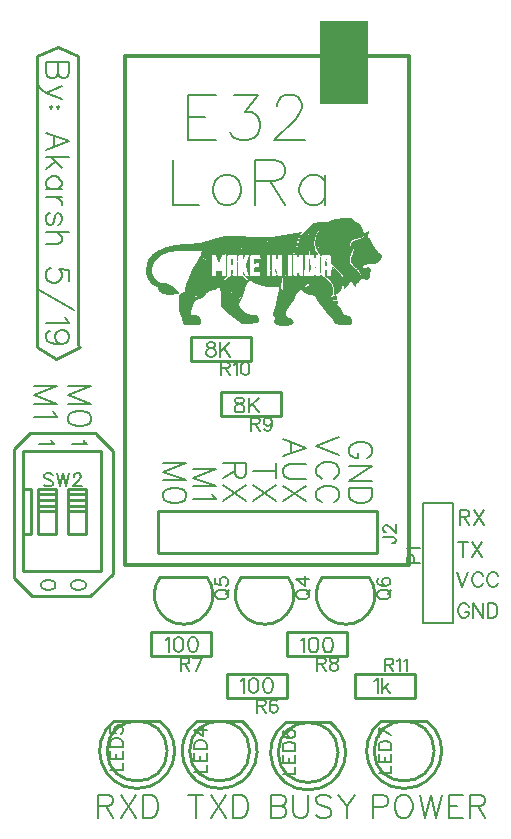
<source format=gto>
G04 Layer: TopSilkLayer*
G04 EasyEDA v6.1.41, Thu, 16 May 2019 15:27:20 GMT*
G04 2d326a8386664dfebb0799a9ee8975a2,41c397309db345c68939c290f9bc7d8a,10*
G04 Gerber Generator version 0.2*
G04 Scale: 100 percent, Rotated: No, Reflected: No *
G04 Dimensions in millimeters *
G04 leading zeros omitted , absolute positions ,3 integer and 3 decimal *
%FSLAX33Y33*%
%MOMM*%
G90*
G71D02*

%ADD10C,0.254000*%
%ADD20C,0.203200*%
%ADD21C,0.202999*%
%ADD22C,0.350012*%
%ADD23C,0.152400*%

%LPD*%

%LPD*%
G36*
G01X29696Y52259D02*
G01X29642Y52260D01*
G01X29582Y52259D01*
G01X29518Y52259D01*
G01X29451Y52257D01*
G01X29381Y52255D01*
G01X29309Y52253D01*
G01X29163Y52247D01*
G01X29092Y52243D01*
G01X29022Y52239D01*
G01X28956Y52235D01*
G01X28865Y52227D01*
G01X28783Y52220D01*
G01X28710Y52212D01*
G01X28643Y52203D01*
G01X28581Y52192D01*
G01X28524Y52180D01*
G01X28470Y52166D01*
G01X28419Y52149D01*
G01X28368Y52131D01*
G01X28318Y52110D01*
G01X28267Y52085D01*
G01X28213Y52058D01*
G01X28154Y52028D01*
G01X28101Y52002D01*
G01X28051Y51981D01*
G01X28002Y51963D01*
G01X27953Y51949D01*
G01X27901Y51937D01*
G01X27845Y51928D01*
G01X27782Y51922D01*
G01X27709Y51918D01*
G01X27627Y51915D01*
G01X27531Y51913D01*
G01X27421Y51912D01*
G01X27326Y51910D01*
G01X27241Y51908D01*
G01X27164Y51906D01*
G01X27095Y51902D01*
G01X27033Y51897D01*
G01X26978Y51891D01*
G01X26928Y51883D01*
G01X26883Y51874D01*
G01X26843Y51863D01*
G01X26807Y51851D01*
G01X26773Y51837D01*
G01X26742Y51821D01*
G01X26712Y51803D01*
G01X26677Y51778D01*
G01X26636Y51747D01*
G01X26591Y51711D01*
G01X26542Y51670D01*
G01X26490Y51624D01*
G01X26435Y51575D01*
G01X26377Y51522D01*
G01X26318Y51467D01*
G01X26259Y51410D01*
G01X26198Y51351D01*
G01X26137Y51291D01*
G01X26077Y51230D01*
G01X26018Y51170D01*
G01X25961Y51110D01*
G01X25905Y51052D01*
G01X25854Y50996D01*
G01X25805Y50941D01*
G01X25760Y50890D01*
G01X25720Y50843D01*
G01X25685Y50799D01*
G01X25656Y50760D01*
G01X25632Y50727D01*
G01X25616Y50699D01*
G01X25597Y50658D01*
G01X25576Y50602D01*
G01X25553Y50534D01*
G01X25529Y50456D01*
G01X25505Y50370D01*
G01X25481Y50279D01*
G01X25457Y50186D01*
G01X25415Y50000D01*
G01X25394Y49913D01*
G01X25372Y49831D01*
G01X25350Y49754D01*
G01X25327Y49682D01*
G01X25303Y49615D01*
G01X25280Y49552D01*
G01X25255Y49494D01*
G01X25229Y49440D01*
G01X25202Y49390D01*
G01X25174Y49344D01*
G01X25146Y49302D01*
G01X25116Y49264D01*
G01X25084Y49228D01*
G01X25052Y49196D01*
G01X25017Y49168D01*
G01X24964Y49118D01*
G01X24925Y49063D01*
G01X24903Y49007D01*
G01X24898Y48952D01*
G01X24899Y48931D01*
G01X24900Y48896D01*
G01X24901Y48851D01*
G01X24902Y48795D01*
G01X24902Y48730D01*
G01X24903Y48657D01*
G01X24903Y48304D01*
G01X24902Y48206D01*
G01X24902Y48106D01*
G01X24896Y47373D01*
G01X24711Y47388D01*
G01X24625Y47399D01*
G01X24571Y47417D01*
G01X24546Y47442D01*
G01X24545Y47478D01*
G01X24547Y47487D01*
G01X24549Y47500D01*
G01X24551Y47515D01*
G01X24553Y47535D01*
G01X24555Y47558D01*
G01X24557Y47585D01*
G01X24559Y47616D01*
G01X24561Y47652D01*
G01X24563Y47692D01*
G01X24565Y47737D01*
G01X24566Y47787D01*
G01X24568Y47842D01*
G01X24570Y47902D01*
G01X24572Y47968D01*
G01X24575Y48040D01*
G01X24577Y48117D01*
G01X24579Y48201D01*
G01X24581Y48291D01*
G01X24583Y48388D01*
G01X24585Y48491D01*
G01X24588Y48601D01*
G01X24590Y48718D01*
G01X24593Y48843D01*
G01X24595Y48975D01*
G01X24601Y49078D01*
G01X24622Y49134D01*
G01X24672Y49157D01*
G01X24763Y49161D01*
G01X24805Y49163D01*
G01X24844Y49170D01*
G01X24882Y49182D01*
G01X24919Y49198D01*
G01X24954Y49219D01*
G01X24989Y49244D01*
G01X25022Y49274D01*
G01X25054Y49310D01*
G01X25084Y49349D01*
G01X25113Y49394D01*
G01X25141Y49443D01*
G01X25167Y49497D01*
G01X25193Y49556D01*
G01X25217Y49620D01*
G01X25240Y49690D01*
G01X25262Y49764D01*
G01X25282Y49842D01*
G01X25302Y49926D01*
G01X25320Y50015D01*
G01X25338Y50109D01*
G01X25350Y50172D01*
G01X25364Y50236D01*
G01X25381Y50300D01*
G01X25400Y50364D01*
G01X25420Y50428D01*
G01X25442Y50491D01*
G01X25466Y50553D01*
G01X25491Y50613D01*
G01X25518Y50672D01*
G01X25546Y50729D01*
G01X25576Y50784D01*
G01X25606Y50836D01*
G01X25637Y50885D01*
G01X25668Y50931D01*
G01X25701Y50974D01*
G01X25733Y51012D01*
G01X25778Y51066D01*
G01X25807Y51104D01*
G01X25817Y51125D01*
G01X25804Y51124D01*
G01X25796Y51121D01*
G01X25780Y51116D01*
G01X25756Y51111D01*
G01X25725Y51104D01*
G01X25688Y51096D01*
G01X25644Y51087D01*
G01X25595Y51077D01*
G01X25540Y51067D01*
G01X25480Y51055D01*
G01X25415Y51043D01*
G01X25347Y51030D01*
G01X25275Y51016D01*
G01X25199Y51003D01*
G01X25121Y50988D01*
G01X25040Y50974D01*
G01X24957Y50959D01*
G01X24872Y50944D01*
G01X24786Y50929D01*
G01X24526Y50883D01*
G01X24439Y50868D01*
G01X24354Y50853D01*
G01X24269Y50839D01*
G01X24187Y50825D01*
G01X24106Y50811D01*
G01X24028Y50798D01*
G01X23953Y50786D01*
G01X23882Y50774D01*
G01X23814Y50763D01*
G01X23751Y50753D01*
G01X23691Y50744D01*
G01X23637Y50736D01*
G01X23589Y50729D01*
G01X23546Y50723D01*
G01X23510Y50718D01*
G01X23472Y50714D01*
G01X23430Y50710D01*
G01X23385Y50706D01*
G01X23335Y50702D01*
G01X23283Y50698D01*
G01X23227Y50695D01*
G01X23169Y50692D01*
G01X23107Y50689D01*
G01X23043Y50686D01*
G01X22977Y50684D01*
G01X22909Y50682D01*
G01X22839Y50680D01*
G01X22768Y50678D01*
G01X22695Y50676D01*
G01X22547Y50674D01*
G01X22319Y50671D01*
G01X22092Y50671D01*
G01X22018Y50672D01*
G01X21872Y50674D01*
G01X21802Y50675D01*
G01X21732Y50677D01*
G01X21665Y50678D01*
G01X21600Y50680D01*
G01X21537Y50682D01*
G01X21476Y50685D01*
G01X21419Y50687D01*
G01X21364Y50690D01*
G01X21313Y50694D01*
G01X21265Y50697D01*
G01X21221Y50701D01*
G01X21173Y50705D01*
G01X21121Y50709D01*
G01X21065Y50713D01*
G01X21006Y50717D01*
G01X20944Y50721D01*
G01X20879Y50724D01*
G01X20812Y50728D01*
G01X20744Y50731D01*
G01X20674Y50734D01*
G01X20602Y50737D01*
G01X20457Y50742D01*
G01X20310Y50746D01*
G01X20238Y50748D01*
G01X20096Y50750D01*
G01X20027Y50751D01*
G01X19961Y50752D01*
G01X19790Y50752D01*
G01X19694Y50751D01*
G01X19606Y50751D01*
G01X19526Y50750D01*
G01X19452Y50748D01*
G01X19385Y50746D01*
G01X19322Y50742D01*
G01X19263Y50738D01*
G01X19206Y50733D01*
G01X19100Y50719D01*
G01X19048Y50710D01*
G01X18996Y50699D01*
G01X18941Y50687D01*
G01X18884Y50674D01*
G01X18825Y50657D01*
G01X18761Y50639D01*
G01X18692Y50620D01*
G01X18617Y50597D01*
G01X18535Y50573D01*
G01X18441Y50545D01*
G01X18352Y50518D01*
G01X18266Y50492D01*
G01X18184Y50468D01*
G01X18107Y50444D01*
G01X18032Y50422D01*
G01X17961Y50401D01*
G01X17893Y50381D01*
G01X17828Y50362D01*
G01X17766Y50343D01*
G01X17707Y50326D01*
G01X17650Y50310D01*
G01X17595Y50295D01*
G01X17543Y50280D01*
G01X17492Y50266D01*
G01X17444Y50253D01*
G01X17397Y50241D01*
G01X17351Y50230D01*
G01X17307Y50219D01*
G01X17264Y50209D01*
G01X17222Y50200D01*
G01X17182Y50191D01*
G01X17141Y50183D01*
G01X17101Y50175D01*
G01X17062Y50168D01*
G01X17022Y50161D01*
G01X16983Y50155D01*
G01X16943Y50149D01*
G01X16863Y50139D01*
G01X16822Y50134D01*
G01X16780Y50129D01*
G01X16737Y50125D01*
G01X16693Y50121D01*
G01X16648Y50118D01*
G01X16601Y50114D01*
G01X16552Y50111D01*
G01X16502Y50108D01*
G01X16450Y50104D01*
G01X16395Y50101D01*
G01X16338Y50098D01*
G01X16279Y50095D01*
G01X16217Y50091D01*
G01X16152Y50088D01*
G01X16084Y50085D01*
G01X16014Y50081D01*
G01X15939Y50078D01*
G01X15861Y50074D01*
G01X15787Y50070D01*
G01X15639Y50060D01*
G01X15567Y50054D01*
G01X15423Y50040D01*
G01X15352Y50031D01*
G01X15281Y50023D01*
G01X15212Y50014D01*
G01X15142Y50003D01*
G01X15074Y49993D01*
G01X15006Y49982D01*
G01X14939Y49970D01*
G01X14873Y49957D01*
G01X14807Y49945D01*
G01X14742Y49931D01*
G01X14678Y49917D01*
G01X14614Y49901D01*
G01X14552Y49886D01*
G01X14490Y49870D01*
G01X14428Y49853D01*
G01X14368Y49836D01*
G01X14308Y49818D01*
G01X14249Y49800D01*
G01X14191Y49780D01*
G01X14134Y49761D01*
G01X14078Y49741D01*
G01X14022Y49720D01*
G01X13967Y49699D01*
G01X13914Y49677D01*
G01X13861Y49654D01*
G01X13808Y49632D01*
G01X13757Y49608D01*
G01X13707Y49584D01*
G01X13609Y49534D01*
G01X13562Y49509D01*
G01X13516Y49482D01*
G01X13470Y49456D01*
G01X13425Y49428D01*
G01X13382Y49400D01*
G01X13340Y49373D01*
G01X13298Y49344D01*
G01X13258Y49315D01*
G01X13218Y49285D01*
G01X13180Y49254D01*
G01X13142Y49224D01*
G01X13106Y49192D01*
G01X13071Y49161D01*
G01X13037Y49129D01*
G01X13004Y49096D01*
G01X12972Y49063D01*
G01X12931Y49014D01*
G01X12889Y48959D01*
G01X12849Y48897D01*
G01X12810Y48832D01*
G01X12773Y48765D01*
G01X12741Y48699D01*
G01X12713Y48636D01*
G01X12690Y48578D01*
G01X12675Y48527D01*
G01X12667Y48485D01*
G01X12667Y48454D01*
G01X12678Y48437D01*
G01X12695Y48421D01*
G01X12697Y48403D01*
G01X12686Y48384D01*
G01X12661Y48364D01*
G01X12644Y48347D01*
G01X12630Y48319D01*
G01X12618Y48278D01*
G01X12609Y48223D01*
G01X12602Y48152D01*
G01X12598Y48066D01*
G01X12595Y47961D01*
G01X12594Y47838D01*
G01X12594Y47735D01*
G01X12595Y47646D01*
G01X12598Y47569D01*
G01X12602Y47502D01*
G01X12608Y47444D01*
G01X12616Y47393D01*
G01X12627Y47346D01*
G01X12641Y47302D01*
G01X12658Y47259D01*
G01X12680Y47216D01*
G01X12705Y47169D01*
G01X12735Y47119D01*
G01X12768Y47066D01*
G01X12804Y47014D01*
G01X12843Y46963D01*
G01X12884Y46912D01*
G01X12927Y46863D01*
G01X12972Y46815D01*
G01X13019Y46769D01*
G01X13066Y46725D01*
G01X13114Y46684D01*
G01X13162Y46645D01*
G01X13211Y46609D01*
G01X13259Y46576D01*
G01X13307Y46548D01*
G01X13353Y46523D01*
G01X13399Y46502D01*
G01X13443Y46485D01*
G01X13527Y46452D01*
G01X13577Y46413D01*
G01X13602Y46362D01*
G01X13609Y46288D01*
G01X13613Y46249D01*
G01X13625Y46210D01*
G01X13643Y46169D01*
G01X13669Y46129D01*
G01X13701Y46088D01*
G01X13740Y46049D01*
G01X13784Y46010D01*
G01X13834Y45972D01*
G01X13888Y45936D01*
G01X13948Y45902D01*
G01X14012Y45870D01*
G01X14080Y45841D01*
G01X14121Y45827D01*
G01X14172Y45816D01*
G01X14231Y45806D01*
G01X14297Y45798D01*
G01X14368Y45792D01*
G01X14444Y45789D01*
G01X14523Y45787D01*
G01X14605Y45787D01*
G01X14687Y45789D01*
G01X14769Y45792D01*
G01X14849Y45798D01*
G01X14928Y45805D01*
G01X15002Y45814D01*
G01X15071Y45826D01*
G01X15134Y45839D01*
G01X15190Y45854D01*
G01X15409Y45921D01*
G01X15095Y46235D01*
G01X15038Y46290D01*
G01X14982Y46343D01*
G01X14926Y46393D01*
G01X14870Y46439D01*
G01X14814Y46483D01*
G01X14759Y46524D01*
G01X14704Y46562D01*
G01X14650Y46596D01*
G01X14595Y46628D01*
G01X14542Y46657D01*
G01X14488Y46683D01*
G01X14435Y46705D01*
G01X14383Y46725D01*
G01X14330Y46742D01*
G01X14278Y46755D01*
G01X14227Y46766D01*
G01X14176Y46774D01*
G01X14125Y46778D01*
G01X14075Y46780D01*
G01X14025Y46778D01*
G01X13954Y46775D01*
G01X13894Y46777D01*
G01X13841Y46786D01*
G01X13791Y46804D01*
G01X13738Y46832D01*
G01X13679Y46874D01*
G01X13609Y46932D01*
G01X13523Y47006D01*
G01X13472Y47053D01*
G01X13424Y47099D01*
G01X13379Y47145D01*
G01X13338Y47190D01*
G01X13299Y47235D01*
G01X13264Y47281D01*
G01X13232Y47326D01*
G01X13203Y47372D01*
G01X13178Y47417D01*
G01X13154Y47463D01*
G01X13134Y47510D01*
G01X13118Y47557D01*
G01X13103Y47606D01*
G01X13092Y47654D01*
G01X13083Y47705D01*
G01X13076Y47756D01*
G01X13073Y47808D01*
G01X13072Y47861D01*
G01X13073Y47916D01*
G01X13077Y47972D01*
G01X13085Y48040D01*
G01X13095Y48106D01*
G01X13108Y48169D01*
G01X13124Y48231D01*
G01X13142Y48290D01*
G01X13163Y48348D01*
G01X13188Y48405D01*
G01X13216Y48461D01*
G01X13247Y48515D01*
G01X13282Y48569D01*
G01X13320Y48622D01*
G01X13361Y48675D01*
G01X13407Y48727D01*
G01X13456Y48780D01*
G01X13509Y48832D01*
G01X13566Y48885D01*
G01X13624Y48936D01*
G01X13676Y48982D01*
G01X13726Y49024D01*
G01X13773Y49061D01*
G01X13819Y49095D01*
G01X13864Y49126D01*
G01X13910Y49154D01*
G01X13956Y49179D01*
G01X14004Y49204D01*
G01X14054Y49226D01*
G01X14108Y49249D01*
G01X14166Y49270D01*
G01X14229Y49291D01*
G01X14298Y49313D01*
G01X14374Y49335D01*
G01X14457Y49359D01*
G01X14495Y49370D01*
G01X14533Y49380D01*
G01X14571Y49389D01*
G01X14611Y49398D01*
G01X14650Y49406D01*
G01X14691Y49414D01*
G01X14734Y49421D01*
G01X14778Y49427D01*
G01X14825Y49433D01*
G01X14875Y49439D01*
G01X14928Y49445D01*
G01X14984Y49449D01*
G01X15045Y49454D01*
G01X15109Y49458D01*
G01X15179Y49462D01*
G01X15253Y49467D01*
G01X15333Y49470D01*
G01X15419Y49474D01*
G01X15511Y49477D01*
G01X15609Y49480D01*
G01X15715Y49483D01*
G01X15828Y49486D01*
G01X15949Y49489D01*
G01X16077Y49493D01*
G01X17332Y49522D01*
G01X17253Y49369D01*
G01X17220Y49302D01*
G01X17196Y49246D01*
G01X17183Y49197D01*
G01X17179Y49155D01*
G01X17184Y49115D01*
G01X17199Y49076D01*
G01X17225Y49036D01*
G01X17260Y48992D01*
G01X17308Y48934D01*
G01X17322Y48913D01*
G01X17300Y48929D01*
G01X17241Y48978D01*
G01X17205Y49007D01*
G01X17177Y49025D01*
G01X17152Y49030D01*
G01X17127Y49019D01*
G01X17100Y48992D01*
G01X17067Y48944D01*
G01X17026Y48874D01*
G01X16973Y48780D01*
G01X16937Y48717D01*
G01X16897Y48649D01*
G01X16853Y48578D01*
G01X16808Y48505D01*
G01X16762Y48433D01*
G01X16718Y48365D01*
G01X16676Y48302D01*
G01X16638Y48246D01*
G01X16603Y48194D01*
G01X16570Y48141D01*
G01X16540Y48086D01*
G01X16515Y48034D01*
G01X16493Y47984D01*
G01X16476Y47939D01*
G01X16465Y47899D01*
G01X16460Y47868D01*
G01X16456Y47818D01*
G01X16448Y47780D01*
G01X16436Y47758D01*
G01X16423Y47755D01*
G01X16413Y47752D01*
G01X16399Y47734D01*
G01X16381Y47705D01*
G01X16360Y47664D01*
G01X16336Y47613D01*
G01X16310Y47554D01*
G01X16282Y47488D01*
G01X16255Y47416D01*
G01X16227Y47343D01*
G01X16200Y47272D01*
G01X16173Y47207D01*
G01X16149Y47147D01*
G01X16127Y47097D01*
G01X16109Y47055D01*
G01X16094Y47025D01*
G01X16084Y47007D01*
G01X16063Y46972D01*
G01X16041Y46926D01*
G01X16019Y46870D01*
G01X15996Y46806D01*
G01X15975Y46737D01*
G01X15955Y46664D01*
G01X15936Y46590D01*
G01X15919Y46516D01*
G01X15905Y46444D01*
G01X15895Y46376D01*
G01X15889Y46315D01*
G01X15886Y46263D01*
G01X15886Y46195D01*
G01X15882Y46143D01*
G01X15871Y46102D01*
G01X15853Y46069D01*
G01X15823Y46041D01*
G01X15779Y46015D01*
G01X15719Y45986D01*
G01X15638Y45952D01*
G01X15579Y45926D01*
G01X15527Y45899D01*
G01X15480Y45871D01*
G01X15440Y45843D01*
G01X15407Y45814D01*
G01X15379Y45785D01*
G01X15358Y45755D01*
G01X15343Y45723D01*
G01X15320Y45628D01*
G01X15322Y45539D01*
G01X15344Y45474D01*
G01X15385Y45448D01*
G01X15391Y45438D01*
G01X15395Y45408D01*
G01X15396Y45360D01*
G01X15396Y45297D01*
G01X15394Y45221D01*
G01X15390Y45134D01*
G01X15384Y45037D01*
G01X15376Y44934D01*
G01X15367Y44820D01*
G01X15360Y44723D01*
G01X15355Y44641D01*
G01X15353Y44571D01*
G01X15353Y44511D01*
G01X15357Y44459D01*
G01X15364Y44411D01*
G01X15375Y44368D01*
G01X15389Y44325D01*
G01X15407Y44280D01*
G01X15430Y44231D01*
G01X15457Y44177D01*
G01X15483Y44123D01*
G01X15508Y44066D01*
G01X15533Y44007D01*
G01X15555Y43947D01*
G01X15575Y43888D01*
G01X15593Y43832D01*
G01X15607Y43781D01*
G01X15616Y43737D01*
G01X15637Y43642D01*
G01X15662Y43555D01*
G01X15692Y43475D01*
G01X15725Y43404D01*
G01X15763Y43342D01*
G01X15803Y43289D01*
G01X15848Y43247D01*
G01X15895Y43216D01*
G01X15921Y43205D01*
G01X15958Y43197D01*
G01X16004Y43190D01*
G01X16058Y43185D01*
G01X16120Y43181D01*
G01X16188Y43178D01*
G01X16260Y43176D01*
G01X16336Y43177D01*
G01X16415Y43178D01*
G01X16495Y43181D01*
G01X16576Y43184D01*
G01X16654Y43189D01*
G01X16731Y43195D01*
G01X16805Y43202D01*
G01X16874Y43210D01*
G01X16938Y43219D01*
G01X16994Y43228D01*
G01X17042Y43239D01*
G01X17082Y43250D01*
G01X17111Y43262D01*
G01X17155Y43291D01*
G01X17191Y43324D01*
G01X17220Y43361D01*
G01X17241Y43403D01*
G01X17255Y43447D01*
G01X17262Y43494D01*
G01X17262Y43544D01*
G01X17256Y43595D01*
G01X17242Y43646D01*
G01X17222Y43699D01*
G01X17195Y43752D01*
G01X17162Y43803D01*
G01X17123Y43854D01*
G01X17077Y43903D01*
G01X17025Y43949D01*
G01X16967Y43993D01*
G01X16906Y44034D01*
G01X16855Y44065D01*
G01X16811Y44087D01*
G01X16771Y44099D01*
G01X16730Y44105D01*
G01X16687Y44102D01*
G01X16637Y44093D01*
G01X16578Y44079D01*
G01X16522Y44065D01*
G01X16475Y44057D01*
G01X16438Y44055D01*
G01X16408Y44062D01*
G01X16387Y44077D01*
G01X16374Y44103D01*
G01X16368Y44140D01*
G01X16369Y44189D01*
G01X16376Y44253D01*
G01X16390Y44331D01*
G01X16410Y44425D01*
G01X16436Y44535D01*
G01X16456Y44618D01*
G01X16476Y44695D01*
G01X16496Y44767D01*
G01X16517Y44834D01*
G01X16538Y44896D01*
G01X16560Y44952D01*
G01X16583Y45005D01*
G01X16607Y45054D01*
G01X16632Y45098D01*
G01X16659Y45139D01*
G01X16687Y45176D01*
G01X16717Y45210D01*
G01X16748Y45241D01*
G01X16782Y45269D01*
G01X16818Y45295D01*
G01X16856Y45319D01*
G01X16898Y45341D01*
G01X16941Y45361D01*
G01X16988Y45379D01*
G01X17037Y45396D01*
G01X17109Y45423D01*
G01X17168Y45452D01*
G01X17208Y45481D01*
G01X17223Y45504D01*
G01X17226Y45521D01*
G01X17236Y45530D01*
G01X17251Y45532D01*
G01X17268Y45525D01*
G01X17298Y45522D01*
G01X17343Y45539D01*
G01X17396Y45573D01*
G01X17455Y45618D01*
G01X17516Y45673D01*
G01X17573Y45733D01*
G01X17623Y45795D01*
G01X17661Y45856D01*
G01X17685Y45894D01*
G01X17713Y45931D01*
G01X17745Y45965D01*
G01X17782Y45997D01*
G01X17823Y46026D01*
G01X17868Y46054D01*
G01X17917Y46078D01*
G01X17970Y46100D01*
G01X18027Y46119D01*
G01X18088Y46136D01*
G01X18152Y46150D01*
G01X18221Y46162D01*
G01X18276Y46172D01*
G01X18328Y46184D01*
G01X18378Y46200D01*
G01X18425Y46219D01*
G01X18468Y46241D01*
G01X18508Y46265D01*
G01X18545Y46292D01*
G01X18578Y46321D01*
G01X18704Y46447D01*
G01X18804Y46283D01*
G01X18828Y46241D01*
G01X18850Y46197D01*
G01X18869Y46150D01*
G01X18886Y46102D01*
G01X18902Y46050D01*
G01X18915Y45996D01*
G01X18926Y45938D01*
G01X18935Y45877D01*
G01X18941Y45813D01*
G01X18946Y45745D01*
G01X18948Y45672D01*
G01X18949Y45596D01*
G01X18948Y45514D01*
G01X18944Y45427D01*
G01X18939Y45335D01*
G01X18932Y45237D01*
G01X18897Y44785D01*
G01X19334Y44370D01*
G01X19380Y44326D01*
G01X19428Y44282D01*
G01X19477Y44238D01*
G01X19528Y44194D01*
G01X19578Y44151D01*
G01X19629Y44108D01*
G01X19680Y44066D01*
G01X19730Y44025D01*
G01X19779Y43986D01*
G01X19828Y43949D01*
G01X19874Y43913D01*
G01X19919Y43881D01*
G01X19961Y43851D01*
G01X20000Y43824D01*
G01X20036Y43800D01*
G01X20069Y43780D01*
G01X20131Y43743D01*
G01X20193Y43703D01*
G01X20254Y43661D01*
G01X20311Y43618D01*
G01X20364Y43576D01*
G01X20410Y43537D01*
G01X20448Y43501D01*
G01X20476Y43470D01*
G01X20504Y43437D01*
G01X20534Y43408D01*
G01X20565Y43383D01*
G01X20600Y43360D01*
G01X20637Y43341D01*
G01X20678Y43325D01*
G01X20723Y43313D01*
G01X20773Y43303D01*
G01X20829Y43296D01*
G01X20889Y43292D01*
G01X20957Y43291D01*
G01X21031Y43292D01*
G01X21112Y43296D01*
G01X21201Y43303D01*
G01X21298Y43312D01*
G01X21405Y43324D01*
G01X21523Y43337D01*
G01X21629Y43351D01*
G01X21723Y43364D01*
G01X21805Y43377D01*
G01X21878Y43390D01*
G01X21940Y43404D01*
G01X21993Y43418D01*
G01X22039Y43434D01*
G01X22076Y43450D01*
G01X22106Y43469D01*
G01X22129Y43489D01*
G01X22147Y43511D01*
G01X22159Y43536D01*
G01X22168Y43564D01*
G01X22172Y43594D01*
G01X22173Y43627D01*
G01X22165Y43696D01*
G01X22143Y43773D01*
G01X22111Y43851D01*
G01X22071Y43918D01*
G01X22039Y43961D01*
G01X22008Y43995D01*
G01X21977Y44020D01*
G01X21941Y44038D01*
G01X21898Y44050D01*
G01X21846Y44057D01*
G01X21780Y44061D01*
G01X21698Y44062D01*
G01X21634Y44063D01*
G01X21573Y44066D01*
G01X21514Y44072D01*
G01X21457Y44081D01*
G01X21403Y44092D01*
G01X21349Y44107D01*
G01X21295Y44124D01*
G01X21243Y44146D01*
G01X21190Y44171D01*
G01X21137Y44199D01*
G01X21083Y44232D01*
G01X21027Y44269D01*
G01X20970Y44310D01*
G01X20911Y44355D01*
G01X20849Y44406D01*
G01X20783Y44461D01*
G01X20727Y44510D01*
G01X20677Y44557D01*
G01X20632Y44601D01*
G01X20592Y44644D01*
G01X20557Y44684D01*
G01X20528Y44724D01*
G01X20503Y44762D01*
G01X20484Y44801D01*
G01X20469Y44839D01*
G01X20460Y44878D01*
G01X20455Y44918D01*
G01X20455Y44959D01*
G01X20459Y45001D01*
G01X20468Y45045D01*
G01X20481Y45092D01*
G01X20499Y45141D01*
G01X20521Y45194D01*
G01X20548Y45251D01*
G01X20578Y45311D01*
G01X20613Y45375D01*
G01X20639Y45423D01*
G01X20664Y45476D01*
G01X20689Y45532D01*
G01X20715Y45590D01*
G01X20740Y45651D01*
G01X20763Y45712D01*
G01X20785Y45774D01*
G01X20806Y45835D01*
G01X20825Y45895D01*
G01X20842Y45953D01*
G01X20856Y46008D01*
G01X20868Y46058D01*
G01X20885Y46133D01*
G01X20904Y46207D01*
G01X20926Y46280D01*
G01X20949Y46352D01*
G01X20975Y46422D01*
G01X21001Y46490D01*
G01X21029Y46554D01*
G01X21058Y46615D01*
G01X21086Y46671D01*
G01X21116Y46723D01*
G01X21144Y46770D01*
G01X21173Y46809D01*
G01X21200Y46842D01*
G01X21227Y46868D01*
G01X21253Y46885D01*
G01X21277Y46895D01*
G01X21298Y46911D01*
G01X21282Y46945D01*
G01X21226Y46996D01*
G01X21131Y47066D01*
G01X21038Y47133D01*
G01X20952Y47199D01*
G01X20883Y47257D01*
G01X20840Y47300D01*
G01X20800Y47332D01*
G01X20740Y47357D01*
G01X20666Y47373D01*
G01X20583Y47379D01*
G01X20391Y47379D01*
G01X20391Y48053D01*
G01X20390Y48133D01*
G01X20388Y48208D01*
G01X20385Y48278D01*
G01X20381Y48343D01*
G01X20377Y48402D01*
G01X20372Y48454D01*
G01X20367Y48498D01*
G01X20361Y48535D01*
G01X20355Y48563D01*
G01X20348Y48582D01*
G01X20342Y48591D01*
G01X20329Y48598D01*
G01X20318Y48599D01*
G01X20310Y48592D01*
G01X20303Y48575D01*
G01X20297Y48548D01*
G01X20293Y48506D01*
G01X20290Y48449D01*
G01X20288Y48375D01*
G01X20287Y48281D01*
G01X20287Y48026D01*
G01X20289Y47861D01*
G01X20292Y47379D01*
G01X20119Y47379D01*
G01X20051Y47383D01*
G01X19996Y47393D01*
G01X19959Y47409D01*
G01X19946Y47429D01*
G01X19932Y47442D01*
G01X19897Y47441D01*
G01X19846Y47430D01*
G01X19783Y47410D01*
G01X19715Y47383D01*
G01X19648Y47352D01*
G01X19587Y47317D01*
G01X19538Y47282D01*
G01X19496Y47248D01*
G01X19425Y47193D01*
G01X19337Y47126D01*
G01X19241Y47054D01*
G01X19191Y47015D01*
G01X19140Y46972D01*
G01X19089Y46925D01*
G01X19038Y46877D01*
G01X18991Y46829D01*
G01X18948Y46782D01*
G01X18911Y46737D01*
G01X18882Y46697D01*
G01X18834Y46629D01*
G01X18794Y46580D01*
G01X18767Y46553D01*
G01X18757Y46554D01*
G01X18763Y46579D01*
G01X18780Y46616D01*
G01X18806Y46661D01*
G01X18840Y46714D01*
G01X18881Y46773D01*
G01X18927Y46835D01*
G01X18976Y46899D01*
G01X19029Y46963D01*
G01X19083Y47026D01*
G01X19135Y47084D01*
G01X19187Y47138D01*
G01X19236Y47185D01*
G01X19426Y47356D01*
G01X19422Y48212D01*
G01X19422Y48566D01*
G01X19423Y48659D01*
G01X19425Y48741D01*
G01X19427Y48811D01*
G01X19429Y48872D01*
G01X19434Y48924D01*
G01X19438Y48968D01*
G01X19443Y49005D01*
G01X19450Y49035D01*
G01X19457Y49059D01*
G01X19466Y49077D01*
G01X19475Y49092D01*
G01X19486Y49102D01*
G01X19499Y49110D01*
G01X19542Y49127D01*
G01X19601Y49141D01*
G01X19673Y49152D01*
G01X19754Y49160D01*
G01X19840Y49164D01*
G01X19928Y49166D01*
G01X20015Y49165D01*
G01X20097Y49160D01*
G01X20171Y49153D01*
G01X20232Y49142D01*
G01X20279Y49129D01*
G01X20306Y49112D01*
G01X20325Y49090D01*
G01X20333Y49075D01*
G01X20329Y49071D01*
G01X20312Y49077D01*
G01X20289Y49077D01*
G01X20273Y49048D01*
G01X20264Y48989D01*
G01X20263Y48903D01*
G01X20269Y48818D01*
G01X20284Y48749D01*
G01X20306Y48700D01*
G01X20333Y48677D01*
G01X20364Y48677D01*
G01X20382Y48702D01*
G01X20391Y48758D01*
G01X20391Y48846D01*
G01X20386Y48948D01*
G01X20386Y49025D01*
G01X20391Y49081D01*
G01X20403Y49119D01*
G01X20425Y49142D01*
G01X20457Y49155D01*
G01X20503Y49160D01*
G01X20564Y49161D01*
G01X20738Y49161D01*
G01X20744Y48851D01*
G01X20749Y48741D01*
G01X20756Y48669D01*
G01X20765Y48642D01*
G01X20774Y48666D01*
G01X20786Y48718D01*
G01X20801Y48768D01*
G01X20818Y48810D01*
G01X20835Y48839D01*
G01X20852Y48869D01*
G01X20871Y48914D01*
G01X20889Y48968D01*
G01X20905Y49025D01*
G01X20928Y49095D01*
G01X20962Y49136D01*
G01X21019Y49156D01*
G01X21106Y49161D01*
G01X21203Y49158D01*
G01X21248Y49140D01*
G01X21251Y49093D01*
G01X21225Y49000D01*
G01X21197Y48910D01*
G01X21171Y48828D01*
G01X21148Y48754D01*
G01X21127Y48685D01*
G01X21109Y48622D01*
G01X21093Y48564D01*
G01X21079Y48510D01*
G01X21068Y48460D01*
G01X21060Y48413D01*
G01X21053Y48368D01*
G01X21049Y48325D01*
G01X21047Y48283D01*
G01X21047Y48241D01*
G01X21051Y48199D01*
G01X21056Y48156D01*
G01X21063Y48111D01*
G01X21073Y48064D01*
G01X21085Y48014D01*
G01X21099Y47960D01*
G01X21116Y47902D01*
G01X21134Y47839D01*
G01X21156Y47770D01*
G01X21179Y47696D01*
G01X21204Y47614D01*
G01X21278Y47379D01*
G01X21114Y47379D01*
G01X21061Y47380D01*
G01X21020Y47385D01*
G01X20986Y47398D01*
G01X20958Y47422D01*
G01X20933Y47459D01*
G01X20908Y47514D01*
G01X20880Y47589D01*
G01X20847Y47688D01*
G01X20818Y47777D01*
G01X20794Y47844D01*
G01X20776Y47890D01*
G01X20762Y47915D01*
G01X20753Y47921D01*
G01X20747Y47909D01*
G01X20744Y47880D01*
G01X20742Y47834D01*
G01X20742Y47790D01*
G01X20747Y47745D01*
G01X20754Y47701D01*
G01X20765Y47656D01*
G01X20780Y47612D01*
G01X20798Y47568D01*
G01X20818Y47523D01*
G01X20843Y47480D01*
G01X20871Y47436D01*
G01X20902Y47393D01*
G01X20936Y47350D01*
G01X20973Y47307D01*
G01X21014Y47264D01*
G01X21058Y47222D01*
G01X21104Y47181D01*
G01X21154Y47139D01*
G01X21207Y47098D01*
G01X21263Y47058D01*
G01X21322Y47018D01*
G01X21384Y46979D01*
G01X21448Y46940D01*
G01X21516Y46902D01*
G01X21586Y46864D01*
G01X21660Y46827D01*
G01X21736Y46790D01*
G01X21815Y46755D01*
G01X21896Y46720D01*
G01X22061Y46654D01*
G01X22134Y46626D01*
G01X22200Y46600D01*
G01X22260Y46578D01*
G01X22315Y46557D01*
G01X22367Y46540D01*
G01X22416Y46524D01*
G01X22463Y46511D01*
G01X22508Y46500D01*
G01X22553Y46491D01*
G01X22599Y46483D01*
G01X22646Y46476D01*
G01X22695Y46471D01*
G01X22748Y46467D01*
G01X22804Y46464D01*
G01X22866Y46462D01*
G01X22933Y46460D01*
G01X23006Y46459D01*
G01X23088Y46458D01*
G01X23177Y46457D01*
G01X23263Y46456D01*
G01X23346Y46455D01*
G01X23425Y46453D01*
G01X23500Y46451D01*
G01X23569Y46448D01*
G01X23632Y46445D01*
G01X23689Y46442D01*
G01X23737Y46438D01*
G01X23777Y46435D01*
G01X23808Y46431D01*
G01X23829Y46427D01*
G01X23838Y46423D01*
G01X23842Y46407D01*
G01X23840Y46371D01*
G01X23833Y46319D01*
G01X23822Y46252D01*
G01X23807Y46173D01*
G01X23788Y46084D01*
G01X23766Y45987D01*
G01X23741Y45884D01*
G01X23707Y45740D01*
G01X23690Y45666D01*
G01X23673Y45593D01*
G01X23658Y45521D01*
G01X23642Y45451D01*
G01X23628Y45384D01*
G01X23615Y45321D01*
G01X23604Y45262D01*
G01X23594Y45210D01*
G01X23586Y45164D01*
G01X23580Y45126D01*
G01X23571Y45070D01*
G01X23557Y45005D01*
G01X23541Y44935D01*
G01X23521Y44860D01*
G01X23500Y44784D01*
G01X23477Y44708D01*
G01X23453Y44635D01*
G01X23428Y44568D01*
G01X23395Y44476D01*
G01X23368Y44394D01*
G01X23347Y44321D01*
G01X23331Y44256D01*
G01X23322Y44198D01*
G01X23318Y44147D01*
G01X23320Y44102D01*
G01X23328Y44062D01*
G01X23343Y44027D01*
G01X23362Y43995D01*
G01X23388Y43968D01*
G01X23420Y43943D01*
G01X23474Y43898D01*
G01X23499Y43858D01*
G01X23496Y43809D01*
G01X23469Y43739D01*
G01X23442Y43673D01*
G01X23424Y43613D01*
G01X23415Y43558D01*
G01X23417Y43509D01*
G01X23428Y43463D01*
G01X23449Y43419D01*
G01X23481Y43376D01*
G01X23522Y43334D01*
G01X23557Y43304D01*
G01X23594Y43278D01*
G01X23634Y43253D01*
G01X23675Y43230D01*
G01X23720Y43209D01*
G01X23767Y43192D01*
G01X23816Y43176D01*
G01X23867Y43162D01*
G01X23921Y43151D01*
G01X23977Y43142D01*
G01X24036Y43135D01*
G01X24096Y43131D01*
G01X24159Y43129D01*
G01X24225Y43129D01*
G01X24293Y43132D01*
G01X24363Y43137D01*
G01X24445Y43145D01*
G01X24523Y43155D01*
G01X24596Y43167D01*
G01X24665Y43181D01*
G01X24728Y43196D01*
G01X24786Y43214D01*
G01X24839Y43233D01*
G01X24886Y43253D01*
G01X24928Y43276D01*
G01X24964Y43299D01*
G01X24994Y43324D01*
G01X25018Y43350D01*
G01X25036Y43378D01*
G01X25048Y43407D01*
G01X25054Y43437D01*
G01X25053Y43468D01*
G01X25040Y43526D01*
G01X25020Y43580D01*
G01X24993Y43629D01*
G01X24958Y43673D01*
G01X24917Y43711D01*
G01X24870Y43744D01*
G01X24817Y43770D01*
G01X24758Y43789D01*
G01X24703Y43809D01*
G01X24647Y43839D01*
G01X24597Y43877D01*
G01X24561Y43917D01*
G01X24530Y43954D01*
G01X24495Y43984D01*
G01X24460Y44004D01*
G01X24430Y44012D01*
G01X24401Y44022D01*
G01X24387Y44054D01*
G01X24387Y44111D01*
G01X24399Y44198D01*
G01X24407Y44240D01*
G01X24416Y44279D01*
G01X24426Y44317D01*
G01X24437Y44355D01*
G01X24451Y44393D01*
G01X24467Y44432D01*
G01X24487Y44473D01*
G01X24509Y44517D01*
G01X24536Y44565D01*
G01X24568Y44619D01*
G01X24604Y44678D01*
G01X24646Y44743D01*
G01X24694Y44816D01*
G01X24749Y44898D01*
G01X24811Y44989D01*
G01X24880Y45091D01*
G01X24943Y45184D01*
G01X25001Y45273D01*
G01X25055Y45356D01*
G01X25101Y45430D01*
G01X25139Y45494D01*
G01X25168Y45546D01*
G01X25187Y45582D01*
G01X25193Y45602D01*
G01X25198Y45633D01*
G01X25212Y45670D01*
G01X25233Y45714D01*
G01X25262Y45763D01*
G01X25297Y45816D01*
G01X25338Y45871D01*
G01X25383Y45930D01*
G01X25432Y45989D01*
G01X25484Y46048D01*
G01X25538Y46107D01*
G01X25594Y46163D01*
G01X25649Y46217D01*
G01X25705Y46267D01*
G01X25759Y46311D01*
G01X25810Y46350D01*
G01X25860Y46383D01*
G01X25918Y46420D01*
G01X25981Y46464D01*
G01X26045Y46511D01*
G01X26110Y46562D01*
G01X26172Y46615D01*
G01X26231Y46666D01*
G01X26284Y46717D01*
G01X26330Y46763D01*
G01X26403Y46842D01*
G01X26459Y46899D01*
G01X26496Y46933D01*
G01X26517Y46944D01*
G01X26522Y46934D01*
G01X26512Y46901D01*
G01X26487Y46846D01*
G01X26448Y46770D01*
G01X26424Y46725D01*
G01X26401Y46686D01*
G01X26377Y46650D01*
G01X26351Y46617D01*
G01X26323Y46586D01*
G01X26291Y46557D01*
G01X26255Y46528D01*
G01X26213Y46499D01*
G01X26165Y46468D01*
G01X26110Y46436D01*
G01X26046Y46401D01*
G01X25973Y46362D01*
G01X25882Y46311D01*
G01X25807Y46263D01*
G01X25756Y46224D01*
G01X25738Y46199D01*
G01X25748Y46173D01*
G01X25778Y46133D01*
G01X25821Y46082D01*
G01X25874Y46028D01*
G01X25918Y45991D01*
G01X25967Y45955D01*
G01X26022Y45920D01*
G01X26082Y45888D01*
G01X26145Y45858D01*
G01X26211Y45830D01*
G01X26278Y45806D01*
G01X26346Y45785D01*
G01X26413Y45768D01*
G01X26479Y45756D01*
G01X26542Y45747D01*
G01X26601Y45745D01*
G01X26647Y45742D01*
G01X26690Y45735D01*
G01X26730Y45722D01*
G01X26770Y45702D01*
G01X26809Y45676D01*
G01X26847Y45643D01*
G01X26885Y45601D01*
G01X26925Y45551D01*
G01X26966Y45491D01*
G01X27009Y45423D01*
G01X27055Y45344D01*
G01X27104Y45254D01*
G01X27126Y45215D01*
G01X27152Y45173D01*
G01X27181Y45128D01*
G01X27213Y45081D01*
G01X27247Y45032D01*
G01X27283Y44983D01*
G01X27320Y44934D01*
G01X27359Y44885D01*
G01X27397Y44838D01*
G01X27436Y44792D01*
G01X27474Y44749D01*
G01X27511Y44709D01*
G01X27566Y44650D01*
G01X27621Y44588D01*
G01X27674Y44524D01*
G01X27725Y44461D01*
G01X27771Y44400D01*
G01X27811Y44344D01*
G01X27845Y44294D01*
G01X27869Y44251D01*
G01X27892Y44212D01*
G01X27922Y44170D01*
G01X27958Y44126D01*
G01X27998Y44081D01*
G01X28041Y44038D01*
G01X28085Y43997D01*
G01X28131Y43960D01*
G01X28175Y43928D01*
G01X28228Y43890D01*
G01X28275Y43852D01*
G01X28316Y43813D01*
G01X28352Y43774D01*
G01X28382Y43732D01*
G01X28408Y43688D01*
G01X28431Y43640D01*
G01X28450Y43589D01*
G01X28467Y43538D01*
G01X28486Y43492D01*
G01X28506Y43451D01*
G01X28529Y43415D01*
G01X28556Y43383D01*
G01X28586Y43355D01*
G01X28622Y43331D01*
G01X28663Y43311D01*
G01X28710Y43293D01*
G01X28764Y43279D01*
G01X28827Y43266D01*
G01X28898Y43256D01*
G01X28978Y43248D01*
G01X29068Y43241D01*
G01X29170Y43235D01*
G01X29282Y43230D01*
G01X29403Y43226D01*
G01X29505Y43222D01*
G01X29591Y43221D01*
G01X29662Y43221D01*
G01X29720Y43223D01*
G01X29768Y43228D01*
G01X29807Y43235D01*
G01X29839Y43246D01*
G01X29866Y43259D01*
G01X29890Y43276D01*
G01X29913Y43296D01*
G01X29936Y43321D01*
G01X29977Y43375D01*
G01X30005Y43435D01*
G01X30021Y43499D01*
G01X30023Y43568D01*
G01X30014Y43639D01*
G01X29991Y43711D01*
G01X29956Y43784D01*
G01X29910Y43856D01*
G01X29875Y43898D01*
G01X29839Y43933D01*
G01X29797Y43963D01*
G01X29746Y43989D01*
G01X29684Y44013D01*
G01X29605Y44035D01*
G01X29508Y44059D01*
G01X29389Y44085D01*
G01X29336Y44102D01*
G01X29292Y44126D01*
G01X29263Y44155D01*
G01X29253Y44186D01*
G01X29248Y44208D01*
G01X29236Y44241D01*
G01X29217Y44286D01*
G01X29191Y44339D01*
G01X29161Y44399D01*
G01X29125Y44465D01*
G01X29087Y44534D01*
G01X29044Y44605D01*
G01X28977Y44717D01*
G01X28923Y44801D01*
G01X28878Y44863D01*
G01X28838Y44906D01*
G01X28798Y44933D01*
G01X28753Y44949D01*
G01X28701Y44958D01*
G01X28636Y44961D01*
G01X28436Y44970D01*
G01X28624Y44989D01*
G01X28726Y45003D01*
G01X28781Y45027D01*
G01X28801Y45069D01*
G01X28798Y45141D01*
G01X28783Y45214D01*
G01X28752Y45253D01*
G01X28687Y45269D01*
G01X28574Y45270D01*
G01X28495Y45272D01*
G01X28434Y45280D01*
G01X28398Y45292D01*
G01X28391Y45308D01*
G01X28414Y45324D01*
G01X28459Y45337D01*
G01X28519Y45346D01*
G01X28587Y45349D01*
G01X28679Y45353D01*
G01X28730Y45372D01*
G01X28753Y45415D01*
G01X28757Y45494D01*
G01X28751Y45556D01*
G01X28735Y45619D01*
G01X28710Y45675D01*
G01X28680Y45716D01*
G01X28654Y45747D01*
G01X28640Y45771D01*
G01X28640Y45788D01*
G01X28653Y45794D01*
G01X28687Y45801D01*
G01X28726Y45819D01*
G01X28770Y45848D01*
G01X28815Y45885D01*
G01X28862Y45930D01*
G01X28909Y45981D01*
G01X28956Y46037D01*
G01X29000Y46096D01*
G01X29040Y46158D01*
G01X29076Y46220D01*
G01X29106Y46281D01*
G01X29129Y46341D01*
G01X29154Y46411D01*
G01X29177Y46472D01*
G01X29199Y46521D01*
G01X29219Y46560D01*
G01X29237Y46587D01*
G01X29254Y46604D01*
G01X29268Y46610D01*
G01X29280Y46603D01*
G01X29289Y46587D01*
G01X29296Y46558D01*
G01X29300Y46518D01*
G01X29302Y46466D01*
G01X29306Y46397D01*
G01X29314Y46341D01*
G01X29328Y46303D01*
G01X29344Y46289D01*
G01X29363Y46298D01*
G01X29394Y46321D01*
G01X29435Y46357D01*
G01X29482Y46402D01*
G01X29534Y46455D01*
G01X29588Y46514D01*
G01X29644Y46574D01*
G01X29697Y46636D01*
G01X29746Y46695D01*
G01X29790Y46750D01*
G01X29824Y46798D01*
G01X29848Y46837D01*
G01X29874Y46880D01*
G01X29899Y46909D01*
G01X29923Y46925D01*
G01X29946Y46926D01*
G01X29969Y46913D01*
G01X29993Y46886D01*
G01X30017Y46845D01*
G01X30043Y46789D01*
G01X30064Y46745D01*
G01X30092Y46699D01*
G01X30124Y46652D01*
G01X30159Y46606D01*
G01X30196Y46563D01*
G01X30231Y46526D01*
G01X30263Y46495D01*
G01X30292Y46473D01*
G01X30313Y46461D01*
G01X30328Y46461D01*
G01X30332Y46475D01*
G01X30324Y46506D01*
G01X30318Y46532D01*
G01X30319Y46560D01*
G01X30329Y46590D01*
G01X30346Y46622D01*
G01X30373Y46659D01*
G01X30410Y46700D01*
G01X30457Y46746D01*
G01X30514Y46800D01*
G01X30579Y46859D01*
G01X30630Y46911D01*
G01X30670Y46956D01*
G01X30698Y46999D01*
G01X30718Y47042D01*
G01X30730Y47087D01*
G01X30736Y47137D01*
G01X30738Y47196D01*
G01X30740Y47295D01*
G01X30751Y47345D01*
G01X30774Y47354D01*
G01X30812Y47329D01*
G01X30841Y47298D01*
G01X30865Y47260D01*
G01X30880Y47219D01*
G01X30886Y47180D01*
G01X30896Y47138D01*
G01X30928Y47107D01*
G01X30985Y47086D01*
G01X31072Y47070D01*
G01X31151Y47064D01*
G01X31229Y47062D01*
G01X31298Y47064D01*
G01X31348Y47072D01*
G01X31386Y47089D01*
G01X31420Y47118D01*
G01X31451Y47158D01*
G01X31478Y47208D01*
G01X31500Y47266D01*
G01X31516Y47332D01*
G01X31526Y47403D01*
G01X31530Y47479D01*
G01X31534Y47543D01*
G01X31546Y47615D01*
G01X31563Y47683D01*
G01X31584Y47741D01*
G01X31604Y47800D01*
G01X31610Y47858D01*
G01X31604Y47912D01*
G01X31587Y47961D01*
G01X31560Y48005D01*
G01X31523Y48043D01*
G01X31480Y48073D01*
G01X31431Y48093D01*
G01X31377Y48105D01*
G01X31320Y48105D01*
G01X31261Y48093D01*
G01X31201Y48067D01*
G01X31136Y48038D01*
G01X31088Y48030D01*
G01X31046Y48046D01*
G01X31000Y48085D01*
G01X30979Y48108D01*
G01X30964Y48130D01*
G01X30953Y48151D01*
G01X30948Y48172D01*
G01X30949Y48192D01*
G01X30955Y48211D01*
G01X30966Y48229D01*
G01X30983Y48246D01*
G01X31005Y48262D01*
G01X31033Y48278D01*
G01X31066Y48293D01*
G01X31104Y48307D01*
G01X31149Y48320D01*
G01X31199Y48332D01*
G01X31254Y48344D01*
G01X31316Y48354D01*
G01X31382Y48365D01*
G01X31455Y48374D01*
G01X31533Y48383D01*
G01X31617Y48391D01*
G01X31707Y48398D01*
G01X31803Y48405D01*
G01X31904Y48410D01*
G01X32011Y48415D01*
G01X32046Y48426D01*
G01X32091Y48453D01*
G01X32145Y48493D01*
G01X32205Y48544D01*
G01X32268Y48603D01*
G01X32332Y48667D01*
G01X32393Y48734D01*
G01X32450Y48800D01*
G01X32498Y48862D01*
G01X32536Y48918D01*
G01X32560Y48965D01*
G01X32569Y48999D01*
G01X32560Y49051D01*
G01X32535Y49115D01*
G01X32497Y49182D01*
G01X32451Y49243D01*
G01X32385Y49315D01*
G01X32337Y49347D01*
G01X32294Y49343D01*
G01X32241Y49308D01*
G01X32192Y49270D01*
G01X32174Y49260D01*
G01X32182Y49277D01*
G01X32216Y49321D01*
G01X32248Y49370D01*
G01X32254Y49412D01*
G01X32234Y49458D01*
G01X32184Y49519D01*
G01X32109Y49604D01*
G01X32042Y49680D01*
G01X31981Y49749D01*
G01X31928Y49811D01*
G01X31881Y49867D01*
G01X31840Y49918D01*
G01X31805Y49963D01*
G01X31774Y50004D01*
G01X31748Y50042D01*
G01X31727Y50076D01*
G01X31709Y50108D01*
G01X31695Y50138D01*
G01X31683Y50167D01*
G01X31673Y50195D01*
G01X31666Y50224D01*
G01X31660Y50253D01*
G01X31650Y50292D01*
G01X31635Y50336D01*
G01X31614Y50382D01*
G01X31589Y50430D01*
G01X31561Y50478D01*
G01X31531Y50525D01*
G01X31498Y50568D01*
G01X31465Y50607D01*
G01X31382Y50703D01*
G01X31342Y50770D01*
G01X31338Y50821D01*
G01X31366Y50874D01*
G01X31391Y50919D01*
G01X31412Y50979D01*
G01X31426Y51045D01*
G01X31431Y51110D01*
G01X31431Y51258D01*
G01X31290Y51124D01*
G01X31245Y51083D01*
G01X31202Y51052D01*
G01X31163Y51031D01*
G01X31127Y51020D01*
G01X31094Y51020D01*
G01X31062Y51031D01*
G01X31033Y51052D01*
G01X31005Y51086D01*
G01X30979Y51129D01*
G01X30953Y51185D01*
G01X30929Y51251D01*
G01X30904Y51330D01*
G01X30880Y51402D01*
G01X30852Y51473D01*
G01X30820Y51540D01*
G01X30784Y51604D01*
G01X30746Y51663D01*
G01X30706Y51717D01*
G01X30664Y51765D01*
G01X30621Y51805D01*
G01X30579Y51838D01*
G01X30537Y51863D01*
G01X30496Y51878D01*
G01X30457Y51884D01*
G01X30409Y51898D01*
G01X30348Y51937D01*
G01X30280Y51995D01*
G01X30213Y52066D01*
G01X30164Y52124D01*
G01X30120Y52168D01*
G01X30079Y52201D01*
G01X30036Y52224D01*
G01X29985Y52240D01*
G01X29922Y52249D01*
G01X29843Y52255D01*
G01X29742Y52258D01*
G01X29696Y52259D01*
G37*

%LPC*%
G36*
G01X28407Y44935D02*
G01X28399Y44954D01*
G01X28329Y44951D01*
G01X28237Y44932D01*
G01X28164Y44901D01*
G01X28137Y44879D01*
G01X28140Y44870D01*
G01X28173Y44871D01*
G01X28238Y44884D01*
G01X28297Y44899D01*
G01X28348Y44913D01*
G01X28387Y44925D01*
G01X28407Y44935D01*
G37*
G36*
G01X20639Y45573D02*
G01X20623Y45597D01*
G01X20585Y45592D01*
G01X20535Y45563D01*
G01X20484Y45514D01*
G01X20451Y45472D01*
G01X20444Y45454D01*
G01X20469Y45461D01*
G01X20527Y45491D01*
G01X20570Y45516D01*
G01X20606Y45540D01*
G01X20630Y45560D01*
G01X20639Y45573D01*
G37*
G36*
G01X19866Y45545D02*
G01X19847Y45547D01*
G01X19827Y45543D01*
G01X19812Y45532D01*
G01X19801Y45515D01*
G01X19797Y45494D01*
G01X19801Y45477D01*
G01X19812Y45467D01*
G01X19827Y45465D01*
G01X19847Y45473D01*
G01X19866Y45486D01*
G01X19882Y45501D01*
G01X19892Y45514D01*
G01X19896Y45525D01*
G01X19892Y45534D01*
G01X19882Y45541D01*
G01X19866Y45545D01*
G37*
G36*
G01X16833Y45641D02*
G01X16798Y45642D01*
G01X16764Y45639D01*
G01X16747Y45632D01*
G01X16748Y45623D01*
G01X16768Y45612D01*
G01X16796Y45604D01*
G01X16822Y45603D01*
G01X16846Y45606D01*
G01X16863Y45616D01*
G01X16867Y45627D01*
G01X16856Y45636D01*
G01X16833Y45641D01*
G37*
G36*
G01X27216Y51162D02*
G01X27198Y51169D01*
G01X27174Y51161D01*
G01X27146Y51139D01*
G01X27115Y51106D01*
G01X27080Y51063D01*
G01X27046Y51011D01*
G01X27011Y50953D01*
G01X26977Y50891D01*
G01X26946Y50827D01*
G01X26919Y50761D01*
G01X26896Y50697D01*
G01X26880Y50636D01*
G01X26865Y50566D01*
G01X26852Y50496D01*
G01X26842Y50426D01*
G01X26834Y50357D01*
G01X26827Y50288D01*
G01X26824Y50220D01*
G01X26822Y50153D01*
G01X26822Y50088D01*
G01X26824Y50023D01*
G01X26829Y49960D01*
G01X26835Y49898D01*
G01X26843Y49838D01*
G01X26853Y49779D01*
G01X26865Y49723D01*
G01X26879Y49668D01*
G01X26895Y49616D01*
G01X26913Y49566D01*
G01X26933Y49517D01*
G01X26954Y49472D01*
G01X26977Y49429D01*
G01X27003Y49389D01*
G01X27030Y49352D01*
G01X27059Y49317D01*
G01X27089Y49286D01*
G01X27192Y49189D01*
G01X27071Y49160D01*
G01X27032Y49150D01*
G01X27003Y49135D01*
G01X26982Y49112D01*
G01X26968Y49074D01*
G01X26960Y49017D01*
G01X26957Y48934D01*
G01X26957Y48821D01*
G01X26959Y48673D01*
G01X26961Y48558D01*
G01X26960Y48462D01*
G01X26958Y48384D01*
G01X26952Y48324D01*
G01X26945Y48279D01*
G01X26936Y48250D01*
G01X26924Y48235D01*
G01X26910Y48234D01*
G01X26897Y48245D01*
G01X26884Y48268D01*
G01X26874Y48302D01*
G01X26865Y48347D01*
G01X26857Y48403D01*
G01X26852Y48470D01*
G01X26847Y48546D01*
G01X26845Y48631D01*
G01X26843Y48745D01*
G01X26839Y48841D01*
G01X26834Y48921D01*
G01X26827Y48986D01*
G01X26816Y49039D01*
G01X26803Y49080D01*
G01X26784Y49110D01*
G01X26761Y49132D01*
G01X26733Y49147D01*
G01X26698Y49156D01*
G01X26657Y49160D01*
G01X26609Y49161D01*
G01X26552Y49161D01*
G01X26509Y49165D01*
G01X26478Y49174D01*
G01X26456Y49191D01*
G01X26441Y49220D01*
G01X26431Y49261D01*
G01X26424Y49319D01*
G01X26418Y49396D01*
G01X26399Y49631D01*
G01X26390Y49399D01*
G01X26387Y49323D01*
G01X26382Y49265D01*
G01X26373Y49223D01*
G01X26359Y49194D01*
G01X26336Y49175D01*
G01X26303Y49164D01*
G01X26256Y49157D01*
G01X26196Y49152D01*
G01X26010Y49136D01*
G01X25996Y48257D01*
G01X25983Y47379D01*
G01X26497Y47379D01*
G01X26590Y47382D01*
G01X26662Y47387D01*
G01X26717Y47396D01*
G01X26758Y47409D01*
G01X26787Y47427D01*
G01X26810Y47452D01*
G01X26830Y47483D01*
G01X26849Y47538D01*
G01X26861Y47608D01*
G01X26862Y47685D01*
G01X26852Y47764D01*
G01X26837Y47857D01*
G01X26837Y47901D01*
G01X26856Y47906D01*
G01X26897Y47877D01*
G01X26930Y47835D01*
G01X26954Y47772D01*
G01X26970Y47692D01*
G01X26975Y47595D01*
G01X26978Y47474D01*
G01X26996Y47410D01*
G01X27039Y47383D01*
G01X27120Y47379D01*
G01X27177Y47383D01*
G01X27227Y47394D01*
G01X27263Y47410D01*
G01X27281Y47430D01*
G01X27291Y47446D01*
G01X27309Y47453D01*
G01X27333Y47454D01*
G01X27363Y47448D01*
G01X27398Y47435D01*
G01X27438Y47417D01*
G01X27482Y47393D01*
G01X27530Y47364D01*
G01X27581Y47331D01*
G01X27634Y47294D01*
G01X27689Y47254D01*
G01X27745Y47210D01*
G01X27802Y47164D01*
G01X27859Y47115D01*
G01X27915Y47066D01*
G01X27970Y47015D01*
G01X28024Y46964D01*
G01X28075Y46912D01*
G01X28123Y46860D01*
G01X28168Y46809D01*
G01X28209Y46760D01*
G01X28245Y46712D01*
G01X28275Y46666D01*
G01X28300Y46623D01*
G01X28326Y46569D01*
G01X28348Y46514D01*
G01X28368Y46456D01*
G01X28385Y46398D01*
G01X28399Y46339D01*
G01X28409Y46279D01*
G01X28417Y46220D01*
G01X28422Y46162D01*
G01X28423Y46105D01*
G01X28421Y46049D01*
G01X28416Y45995D01*
G01X28408Y45944D01*
G01X28396Y45895D01*
G01X28381Y45850D01*
G01X28364Y45808D01*
G01X28342Y45771D01*
G01X28311Y45723D01*
G01X28286Y45679D01*
G01X28269Y45647D01*
G01X28263Y45630D01*
G01X28302Y45619D01*
G01X28390Y45635D01*
G01X28484Y45666D01*
G01X28538Y45701D01*
G01X28541Y45715D01*
G01X28532Y45722D01*
G01X28510Y45721D01*
G01X28479Y45711D01*
G01X28438Y45699D01*
G01X28418Y45703D01*
G01X28417Y45728D01*
G01X28433Y45773D01*
G01X28451Y45828D01*
G01X28468Y45907D01*
G01X28484Y46000D01*
G01X28497Y46096D01*
G01X28500Y46143D01*
G01X28500Y46192D01*
G01X28497Y46241D01*
G01X28491Y46292D01*
G01X28482Y46343D01*
G01X28470Y46396D01*
G01X28456Y46448D01*
G01X28439Y46501D01*
G01X28419Y46554D01*
G01X28397Y46607D01*
G01X28372Y46660D01*
G01X28346Y46712D01*
G01X28317Y46763D01*
G01X28286Y46814D01*
G01X28253Y46865D01*
G01X28219Y46913D01*
G01X28182Y46960D01*
G01X28144Y47006D01*
G01X28105Y47050D01*
G01X28064Y47092D01*
G01X28022Y47132D01*
G01X27978Y47170D01*
G01X27933Y47205D01*
G01X27888Y47237D01*
G01X27833Y47276D01*
G01X27791Y47309D01*
G01X27761Y47341D01*
G01X27741Y47376D01*
G01X27730Y47417D01*
G01X27725Y47471D01*
G01X27725Y47539D01*
G01X27729Y47626D01*
G01X27739Y47759D01*
G01X27758Y47844D01*
G01X27787Y47893D01*
G01X27829Y47914D01*
G01X27874Y47913D01*
G01X27900Y47878D01*
G01X27913Y47797D01*
G01X27916Y47654D01*
G01X27916Y47379D01*
G01X28259Y47379D01*
G01X28287Y48282D01*
G01X28650Y47946D01*
G01X28700Y47898D01*
G01X28751Y47848D01*
G01X28802Y47796D01*
G01X28852Y47742D01*
G01X28901Y47689D01*
G01X28948Y47635D01*
G01X28993Y47582D01*
G01X29034Y47531D01*
G01X29072Y47483D01*
G01X29105Y47437D01*
G01X29134Y47395D01*
G01X29157Y47358D01*
G01X29213Y47267D01*
G01X29259Y47203D01*
G01X29290Y47174D01*
G01X29301Y47185D01*
G01X29299Y47207D01*
G01X29293Y47234D01*
G01X29283Y47264D01*
G01X29268Y47296D01*
G01X29250Y47332D01*
G01X29228Y47371D01*
G01X29202Y47412D01*
G01X29173Y47454D01*
G01X29141Y47500D01*
G01X29106Y47546D01*
G01X29069Y47595D01*
G01X29029Y47645D01*
G01X28985Y47696D01*
G01X28940Y47747D01*
G01X28893Y47800D01*
G01X28844Y47853D01*
G01X28792Y47906D01*
G01X28740Y47960D01*
G01X28686Y48013D01*
G01X28630Y48065D01*
G01X28263Y48409D01*
G01X28263Y48689D01*
G01X28262Y48787D01*
G01X28258Y48871D01*
G01X28250Y48941D01*
G01X28238Y48999D01*
G01X28219Y49046D01*
G01X28195Y49083D01*
G01X28163Y49112D01*
G01X28121Y49132D01*
G01X28071Y49146D01*
G01X28009Y49155D01*
G01X27935Y49160D01*
G01X27850Y49161D01*
G01X27786Y49160D01*
G01X27724Y49156D01*
G01X27666Y49151D01*
G01X27613Y49144D01*
G01X27567Y49135D01*
G01X27529Y49125D01*
G01X27500Y49114D01*
G01X27481Y49102D01*
G01X27449Y49079D01*
G01X27415Y49075D01*
G01X27376Y49093D01*
G01X27327Y49132D01*
G01X27298Y49163D01*
G01X27264Y49208D01*
G01X27226Y49264D01*
G01X27187Y49328D01*
G01X27148Y49398D01*
G01X27109Y49470D01*
G01X27073Y49541D01*
G01X27041Y49608D01*
G01X27015Y49670D01*
G01X26996Y49722D01*
G01X26985Y49762D01*
G01X26984Y49788D01*
G01X26984Y49812D01*
G01X26974Y49851D01*
G01X26957Y49896D01*
G01X26933Y49944D01*
G01X26915Y49984D01*
G01X26903Y50031D01*
G01X26895Y50087D01*
G01X26890Y50148D01*
G01X26889Y50214D01*
G01X26893Y50285D01*
G01X26899Y50359D01*
G01X26909Y50434D01*
G01X26921Y50510D01*
G01X26936Y50586D01*
G01X26954Y50661D01*
G01X26974Y50733D01*
G01X26995Y50803D01*
G01X27019Y50868D01*
G01X27044Y50927D01*
G01X27070Y50980D01*
G01X27098Y51025D01*
G01X27126Y51062D01*
G01X27155Y51089D01*
G01X27185Y51105D01*
G01X27206Y51116D01*
G01X27220Y51131D01*
G01X27223Y51147D01*
G01X27216Y51162D01*
G37*
G36*
G01X28161Y45729D02*
G01X28149Y45741D01*
G01X28119Y45729D01*
G01X28064Y45696D01*
G01X28029Y45671D01*
G01X28019Y45656D01*
G01X28034Y45649D01*
G01X28077Y45647D01*
G01X28110Y45650D01*
G01X28138Y45661D01*
G01X28156Y45676D01*
G01X28164Y45696D01*
G01X28161Y45729D01*
G37*
G36*
G01X24425Y47469D02*
G01X24409Y47476D01*
G01X24365Y47464D01*
G01X24310Y47432D01*
G01X24251Y47383D01*
G01X24192Y47323D01*
G01X24138Y47257D01*
G01X24093Y47190D01*
G01X24061Y47127D01*
G01X24048Y47073D01*
G01X24044Y46991D01*
G01X24038Y46823D01*
G01X24036Y46739D01*
G01X24035Y46656D01*
G01X24034Y46574D01*
G01X24033Y46494D01*
G01X24034Y46417D01*
G01X24035Y46343D01*
G01X24037Y46273D01*
G01X24039Y46208D01*
G01X24041Y46148D01*
G01X24044Y46093D01*
G01X24048Y46046D01*
G01X24052Y46006D01*
G01X24056Y45973D01*
G01X24061Y45949D01*
G01X24067Y45934D01*
G01X24072Y45929D01*
G01X24078Y45934D01*
G01X24085Y45950D01*
G01X24091Y45976D01*
G01X24098Y46010D01*
G01X24104Y46051D01*
G01X24110Y46098D01*
G01X24116Y46153D01*
G01X24121Y46212D01*
G01X24126Y46276D01*
G01X24131Y46344D01*
G01X24134Y46414D01*
G01X24140Y46562D01*
G01X24143Y46682D01*
G01X24146Y46789D01*
G01X24150Y46883D01*
G01X24154Y46966D01*
G01X24159Y47039D01*
G01X24166Y47101D01*
G01X24174Y47155D01*
G01X24183Y47201D01*
G01X24194Y47240D01*
G01X24207Y47274D01*
G01X24222Y47302D01*
G01X24240Y47326D01*
G01X24261Y47347D01*
G01X24284Y47366D01*
G01X24310Y47383D01*
G01X24340Y47400D01*
G01X24387Y47429D01*
G01X24416Y47453D01*
G01X24425Y47469D01*
G37*
G36*
G01X19852Y45988D02*
G01X19818Y45989D01*
G01X19783Y45985D01*
G01X19766Y45979D01*
G01X19768Y45969D01*
G01X19788Y45959D01*
G01X19816Y45951D01*
G01X19842Y45949D01*
G01X19866Y45953D01*
G01X19883Y45962D01*
G01X19887Y45974D01*
G01X19876Y45983D01*
G01X19852Y45988D01*
G37*
G36*
G01X23515Y47027D02*
G01X23481Y47028D01*
G01X23447Y47025D01*
G01X23429Y47018D01*
G01X23431Y47009D01*
G01X23451Y46998D01*
G01X23479Y46991D01*
G01X23506Y46988D01*
G01X23530Y46993D01*
G01X23546Y47002D01*
G01X23550Y47013D01*
G01X23539Y47022D01*
G01X23515Y47027D01*
G37*
G36*
G01X16684Y47225D02*
G01X16649Y47226D01*
G01X16615Y47223D01*
G01X16598Y47216D01*
G01X16599Y47207D01*
G01X16620Y47196D01*
G01X16647Y47189D01*
G01X16674Y47187D01*
G01X16697Y47191D01*
G01X16714Y47200D01*
G01X16718Y47211D01*
G01X16708Y47220D01*
G01X16684Y47225D01*
G37*
G36*
G01X21400Y47328D02*
G01X21331Y47328D01*
G01X21257Y47313D01*
G01X21213Y47287D01*
G01X21212Y47272D01*
G01X21230Y47264D01*
G01X21263Y47262D01*
G01X21309Y47268D01*
G01X21356Y47279D01*
G01X21395Y47290D01*
G01X21421Y47301D01*
G01X21431Y47310D01*
G01X21400Y47328D01*
G37*
G36*
G01X23064Y49161D02*
G01X22768Y49161D01*
G01X22768Y47373D01*
G01X22928Y47388D01*
G01X23016Y47400D01*
G01X23063Y47426D01*
G01X23079Y47478D01*
G01X23076Y47571D01*
G01X23075Y47641D01*
G01X23083Y47709D01*
G01X23098Y47766D01*
G01X23119Y47806D01*
G01X23143Y47838D01*
G01X23150Y47859D01*
G01X23141Y47870D01*
G01X23116Y47873D01*
G01X23090Y47887D01*
G01X23073Y47927D01*
G01X23066Y47993D01*
G01X23067Y48084D01*
G01X23068Y48116D01*
G01X23069Y48155D01*
G01X23070Y48200D01*
G01X23071Y48249D01*
G01X23072Y48303D01*
G01X23072Y48360D01*
G01X23073Y48420D01*
G01X23073Y48543D01*
G01X23072Y48605D01*
G01X23072Y48667D01*
G01X23071Y48727D01*
G01X23064Y49161D01*
G37*
G36*
G01X25701Y49152D02*
G01X25540Y49167D01*
G01X25532Y48591D01*
G01X25433Y48876D01*
G01X25402Y48963D01*
G01X25375Y49030D01*
G01X25351Y49080D01*
G01X25326Y49115D01*
G01X25300Y49139D01*
G01X25270Y49153D01*
G01X25233Y49159D01*
G01X25189Y49161D01*
G01X25044Y49161D01*
G01X25040Y48690D01*
G01X25039Y48593D01*
G01X25038Y48498D01*
G01X25037Y48407D01*
G01X25036Y48322D01*
G01X25036Y48246D01*
G01X25035Y48182D01*
G01X25035Y47857D01*
G01X25036Y47761D01*
G01X25037Y47678D01*
G01X25039Y47608D01*
G01X25042Y47550D01*
G01X25047Y47503D01*
G01X25054Y47465D01*
G01X25062Y47436D01*
G01X25073Y47414D01*
G01X25086Y47399D01*
G01X25101Y47389D01*
G01X25119Y47383D01*
G01X25140Y47380D01*
G01X25165Y47379D01*
G01X25246Y47379D01*
G01X25285Y47384D01*
G01X25313Y47397D01*
G01X25332Y47424D01*
G01X25343Y47468D01*
G01X25348Y47534D01*
G01X25349Y47627D01*
G01X25348Y47750D01*
G01X25345Y47997D01*
G01X25421Y47828D01*
G01X25449Y47756D01*
G01X25469Y47685D01*
G01X25479Y47623D01*
G01X25477Y47579D01*
G01X25472Y47537D01*
G01X25481Y47498D01*
G01X25501Y47463D01*
G01X25532Y47433D01*
G01X25571Y47410D01*
G01X25617Y47394D01*
G01X25670Y47386D01*
G01X25727Y47388D01*
G01X25861Y47404D01*
G01X25861Y49136D01*
G01X25701Y49152D01*
G37*
G36*
G01X23381Y49161D02*
G01X23213Y49161D01*
G01X23213Y47379D01*
G01X23386Y47379D01*
G01X23453Y47383D01*
G01X23509Y47393D01*
G01X23546Y47409D01*
G01X23560Y47428D01*
G01X23565Y47447D01*
G01X23581Y47463D01*
G01X23605Y47474D01*
G01X23634Y47478D01*
G01X23663Y47474D01*
G01X23686Y47463D01*
G01X23702Y47447D01*
G01X23708Y47428D01*
G01X23722Y47409D01*
G01X23759Y47393D01*
G01X23814Y47383D01*
G01X23881Y47379D01*
G01X24054Y47379D01*
G01X24056Y47614D01*
G01X24056Y47674D01*
G01X24057Y47713D01*
G01X24057Y47757D01*
G01X24058Y47805D01*
G01X24059Y47857D01*
G01X24059Y47914D01*
G01X24060Y47972D01*
G01X24061Y48034D01*
G01X24062Y48098D01*
G01X24064Y48232D01*
G01X24066Y48368D01*
G01X24068Y48437D01*
G01X24069Y48505D01*
G01X24079Y49161D01*
G01X23716Y49161D01*
G01X23716Y48934D01*
G01X23715Y48862D01*
G01X23713Y48803D01*
G01X23709Y48757D01*
G01X23704Y48723D01*
G01X23698Y48702D01*
G01X23690Y48694D01*
G01X23680Y48698D01*
G01X23669Y48716D01*
G01X23656Y48745D01*
G01X23642Y48788D01*
G01X23627Y48843D01*
G01X23610Y48911D01*
G01X23590Y48990D01*
G01X23572Y49051D01*
G01X23554Y49095D01*
G01X23534Y49126D01*
G01X23509Y49145D01*
G01X23477Y49156D01*
G01X23435Y49160D01*
G01X23381Y49161D01*
G37*
G36*
G01X19188Y49387D02*
G01X19170Y49401D01*
G01X19184Y49374D01*
G01X19228Y49300D01*
G01X19273Y49223D01*
G01X19279Y49182D01*
G01X19240Y49163D01*
G01X19149Y49152D01*
G01X19098Y49145D01*
G01X19057Y49135D01*
G01X19024Y49116D01*
G01X18995Y49087D01*
G01X18967Y49043D01*
G01X18939Y48981D01*
G01X18907Y48898D01*
G01X18869Y48789D01*
G01X18844Y48720D01*
G01X18821Y48654D01*
G01X18799Y48593D01*
G01X18780Y48540D01*
G01X18762Y48495D01*
G01X18749Y48461D01*
G01X18739Y48437D01*
G01X18734Y48427D01*
G01X18723Y48436D01*
G01X18706Y48472D01*
G01X18684Y48528D01*
G01X18660Y48600D01*
G01X18634Y48682D01*
G01X18607Y48763D01*
G01X18581Y48835D01*
G01X18560Y48888D01*
G01X18542Y48934D01*
G01X18523Y48984D01*
G01X18505Y49033D01*
G01X18491Y49074D01*
G01X18470Y49112D01*
G01X18433Y49139D01*
G01X18380Y49155D01*
G01X18313Y49161D01*
G01X18256Y49161D01*
G01X18240Y49159D01*
G01X18226Y49156D01*
G01X18213Y49150D01*
G01X18202Y49141D01*
G01X18193Y49128D01*
G01X18184Y49111D01*
G01X18177Y49089D01*
G01X18171Y49061D01*
G01X18166Y49027D01*
G01X18162Y48985D01*
G01X18158Y48937D01*
G01X18156Y48880D01*
G01X18154Y48815D01*
G01X18153Y48740D01*
G01X18153Y48452D01*
G01X18154Y48333D01*
G01X18155Y48202D01*
G01X18157Y48057D01*
G01X18158Y47898D01*
G01X18164Y47379D01*
G01X18460Y47379D01*
G01X18462Y47737D01*
G01X18463Y47854D01*
G01X18465Y47939D01*
G01X18468Y47997D01*
G01X18473Y48028D01*
G01X18482Y48035D01*
G01X18494Y48021D01*
G01X18512Y47987D01*
G01X18534Y47935D01*
G01X18574Y47858D01*
G01X18617Y47809D01*
G01X18669Y47782D01*
G01X18735Y47774D01*
G01X18794Y47780D01*
G01X18840Y47799D01*
G01X18872Y47830D01*
G01X18892Y47873D01*
G01X18920Y47939D01*
G01X18953Y47970D01*
G01X18981Y47962D01*
G01X18992Y47911D01*
G01X18992Y47868D01*
G01X18993Y47798D01*
G01X18994Y47710D01*
G01X18997Y47614D01*
G01X19005Y47482D01*
G01X19025Y47412D01*
G01X19069Y47384D01*
G01X19152Y47379D01*
G01X19298Y47379D01*
G01X19312Y48304D01*
G01X19315Y48453D01*
G01X19316Y48585D01*
G01X19317Y48701D01*
G01X19317Y48895D01*
G01X19316Y48972D01*
G01X19313Y49039D01*
G01X19310Y49097D01*
G01X19306Y49145D01*
G01X19300Y49187D01*
G01X19293Y49221D01*
G01X19285Y49250D01*
G01X19275Y49274D01*
G01X19264Y49295D01*
G01X19252Y49314D01*
G01X19237Y49331D01*
G01X19188Y49387D01*
G37*
G36*
G01X21733Y49153D02*
G01X21644Y49154D01*
G01X21572Y49152D01*
G01X21514Y49147D01*
G01X21469Y49140D01*
G01X21437Y49129D01*
G01X21415Y49115D01*
G01X21404Y49099D01*
G01X21401Y49082D01*
G01X21398Y49052D01*
G01X21395Y49009D01*
G01X21393Y48954D01*
G01X21391Y48888D01*
G01X21390Y48813D01*
G01X21389Y48729D01*
G01X21389Y48540D01*
G01X21390Y48437D01*
G01X21391Y48329D01*
G01X21392Y48218D01*
G01X21406Y47404D01*
G01X21839Y47389D01*
G01X21981Y47385D01*
G01X22087Y47383D01*
G01X22163Y47385D01*
G01X22213Y47391D01*
G01X22243Y47404D01*
G01X22256Y47423D01*
G01X22257Y47451D01*
G01X22251Y47488D01*
G01X22235Y47586D01*
G01X22230Y47630D01*
G01X22227Y47663D01*
G01X22209Y47690D01*
G01X22161Y47709D01*
G01X22083Y47721D01*
G01X21975Y47725D01*
G01X21728Y47725D01*
G01X21728Y47923D01*
G01X21731Y47999D01*
G01X21739Y48061D01*
G01X21751Y48102D01*
G01X21765Y48115D01*
G01X21792Y48114D01*
G01X21838Y48113D01*
G01X21897Y48114D01*
G01X21963Y48115D01*
G01X22051Y48123D01*
G01X22099Y48146D01*
G01X22120Y48198D01*
G01X22124Y48289D01*
G01X22121Y48387D01*
G01X22099Y48434D01*
G01X22040Y48444D01*
G01X21926Y48432D01*
G01X21728Y48405D01*
G01X21728Y48814D01*
G01X22037Y48815D01*
G01X22160Y48818D01*
G01X22244Y48827D01*
G01X22286Y48840D01*
G01X22280Y48857D01*
G01X22256Y48883D01*
G01X22239Y48922D01*
G01X22230Y48969D01*
G01X22231Y49018D01*
G01X22235Y49056D01*
G01X22233Y49085D01*
G01X22219Y49107D01*
G01X22190Y49122D01*
G01X22143Y49133D01*
G01X22071Y49140D01*
G01X21971Y49145D01*
G01X21838Y49151D01*
G01X21733Y49153D01*
G37*
G36*
G01X30216Y49782D02*
G01X30218Y49804D01*
G01X30203Y49782D01*
G01X30169Y49721D01*
G01X30123Y49630D01*
G01X30070Y49520D01*
G01X30042Y49460D01*
G01X30014Y49402D01*
G01X29986Y49345D01*
G01X29960Y49292D01*
G01X29937Y49244D01*
G01X29917Y49202D01*
G01X29888Y49144D01*
G01X29868Y49091D01*
G01X29848Y49013D01*
G01X29829Y48920D01*
G01X29816Y48823D01*
G01X29811Y48765D01*
G01X29810Y48710D01*
G01X29814Y48656D01*
G01X29820Y48604D01*
G01X29831Y48555D01*
G01X29847Y48505D01*
G01X29866Y48458D01*
G01X29890Y48410D01*
G01X29918Y48364D01*
G01X29952Y48317D01*
G01X29990Y48271D01*
G01X30033Y48223D01*
G01X30082Y48176D01*
G01X30136Y48128D01*
G01X30196Y48079D01*
G01X30261Y48028D01*
G01X30329Y47974D01*
G01X30392Y47920D01*
G01X30449Y47866D01*
G01X30500Y47812D01*
G01X30546Y47759D01*
G01X30585Y47707D01*
G01X30618Y47655D01*
G01X30644Y47606D01*
G01X30679Y47532D01*
G01X30709Y47482D01*
G01X30729Y47458D01*
G01X30737Y47467D01*
G01X30733Y47507D01*
G01X30721Y47552D01*
G01X30701Y47602D01*
G01X30675Y47657D01*
G01X30642Y47713D01*
G01X30602Y47773D01*
G01X30558Y47834D01*
G01X30508Y47896D01*
G01X30455Y47958D01*
G01X30397Y48019D01*
G01X30337Y48078D01*
G01X30274Y48135D01*
G01X30210Y48191D01*
G01X30154Y48245D01*
G01X30104Y48298D01*
G01X30059Y48349D01*
G01X30021Y48400D01*
G01X29989Y48449D01*
G01X29962Y48499D01*
G01X29942Y48550D01*
G01X29926Y48600D01*
G01X29917Y48652D01*
G01X29912Y48704D01*
G01X29913Y48758D01*
G01X29918Y48814D01*
G01X29929Y48873D01*
G01X29945Y48933D01*
G01X29965Y48997D01*
G01X29983Y49050D01*
G01X30004Y49112D01*
G01X30026Y49178D01*
G01X30050Y49249D01*
G01X30097Y49390D01*
G01X30119Y49457D01*
G01X30140Y49520D01*
G01X30175Y49630D01*
G01X30201Y49721D01*
G01X30216Y49782D01*
G37*
G36*
G01X28394Y48068D02*
G01X28383Y48072D01*
G01X28375Y48068D01*
G01X28368Y48057D01*
G01X28363Y48042D01*
G01X28362Y48022D01*
G01X28366Y48003D01*
G01X28377Y47987D01*
G01X28394Y47977D01*
G01X28414Y47972D01*
G01X28432Y47977D01*
G01X28442Y47987D01*
G01X28443Y48003D01*
G01X28436Y48022D01*
G01X28422Y48042D01*
G01X28408Y48057D01*
G01X28394Y48068D01*
G37*
G36*
G01X29493Y48458D02*
G01X29451Y48460D01*
G01X29408Y48458D01*
G01X29381Y48453D01*
G01X29375Y48444D01*
G01X29389Y48435D01*
G01X29418Y48427D01*
G01X29451Y48425D01*
G01X29483Y48427D01*
G01X29512Y48435D01*
G01X29526Y48444D01*
G01X29520Y48453D01*
G01X29493Y48458D01*
G37*
G36*
G01X17429Y48876D02*
G01X17387Y48887D01*
G01X17372Y48886D01*
G01X17384Y48868D01*
G01X17419Y48843D01*
G01X17470Y48815D01*
G01X17529Y48786D01*
G01X17590Y48759D01*
G01X17646Y48738D01*
G01X17691Y48725D01*
G01X17719Y48724D01*
G01X17721Y48737D01*
G01X17693Y48760D01*
G01X17640Y48789D01*
G01X17567Y48823D01*
G01X17491Y48853D01*
G01X17429Y48876D01*
G37*
G36*
G01X20531Y49781D02*
G01X20499Y49790D01*
G01X20505Y49772D01*
G01X20547Y49728D01*
G01X20584Y49697D01*
G01X20623Y49675D01*
G01X20659Y49663D01*
G01X20689Y49664D01*
G01X20701Y49677D01*
G01X20690Y49697D01*
G01X20657Y49722D01*
G01X20607Y49748D01*
G01X20531Y49781D01*
G37*
G36*
G01X27179Y49800D02*
G01X27144Y49800D01*
G01X27110Y49797D01*
G01X27093Y49791D01*
G01X27094Y49781D01*
G01X27115Y49770D01*
G01X27142Y49763D01*
G01X27169Y49761D01*
G01X27193Y49765D01*
G01X27210Y49774D01*
G01X27214Y49786D01*
G01X27203Y49794D01*
G01X27179Y49800D01*
G37*
G36*
G01X31025Y50737D02*
G01X31021Y50745D01*
G01X31007Y50742D01*
G01X30992Y50732D01*
G01X30977Y50719D01*
G01X30965Y50702D01*
G01X30938Y50682D01*
G01X30884Y50657D01*
G01X30811Y50630D01*
G01X30726Y50606D01*
G01X30679Y50595D01*
G01X30626Y50582D01*
G01X30568Y50567D01*
G01X30507Y50552D01*
G01X30446Y50536D01*
G01X30387Y50521D01*
G01X30330Y50507D01*
G01X30278Y50494D01*
G01X30222Y50478D01*
G01X30171Y50460D01*
G01X30122Y50439D01*
G01X30078Y50416D01*
G01X30037Y50391D01*
G01X30001Y50364D01*
G01X29970Y50335D01*
G01X29944Y50305D01*
G01X29903Y50251D01*
G01X29831Y50155D01*
G01X29808Y50126D01*
G01X29798Y50097D01*
G01X29799Y50055D01*
G01X29810Y50005D01*
G01X29831Y49953D01*
G01X29895Y49829D01*
G01X29895Y49983D01*
G01X29898Y50027D01*
G01X29905Y50070D01*
G01X29916Y50110D01*
G01X29932Y50148D01*
G01X29953Y50184D01*
G01X29979Y50219D01*
G01X30009Y50251D01*
G01X30045Y50282D01*
G01X30085Y50311D01*
G01X30130Y50339D01*
G01X30180Y50364D01*
G01X30236Y50389D01*
G01X30297Y50411D01*
G01X30363Y50432D01*
G01X30434Y50452D01*
G01X30512Y50470D01*
G01X30591Y50489D01*
G01X30666Y50510D01*
G01X30736Y50532D01*
G01X30799Y50556D01*
G01X30854Y50579D01*
G01X30900Y50602D01*
G01X30937Y50626D01*
G01X30962Y50648D01*
G01X30994Y50686D01*
G01X31015Y50716D01*
G01X31025Y50737D01*
G37*
G36*
G01X22900Y50341D02*
G01X22895Y50349D01*
G01X22881Y50341D01*
G01X22862Y50320D01*
G01X22839Y50288D01*
G01X22817Y50250D01*
G01X22798Y50211D01*
G01X22787Y50180D01*
G01X22783Y50158D01*
G01X22788Y50151D01*
G01X22803Y50158D01*
G01X22822Y50180D01*
G01X22844Y50211D01*
G01X22867Y50250D01*
G01X22885Y50288D01*
G01X22897Y50320D01*
G01X22900Y50341D01*
G37*
G36*
G01X28070Y50691D02*
G01X28036Y50691D01*
G01X28001Y50688D01*
G01X27984Y50682D01*
G01X27986Y50673D01*
G01X28006Y50661D01*
G01X28033Y50654D01*
G01X28060Y50652D01*
G01X28084Y50656D01*
G01X28101Y50665D01*
G01X28105Y50677D01*
G01X28094Y50686D01*
G01X28070Y50691D01*
G37*
G36*
G01X26318Y50939D02*
G01X26310Y50943D01*
G01X26299Y50939D01*
G01X26285Y50929D01*
G01X26271Y50913D01*
G01X26258Y50893D01*
G01X26250Y50874D01*
G01X26251Y50858D01*
G01X26262Y50848D01*
G01X26279Y50844D01*
G01X26300Y50848D01*
G01X26316Y50858D01*
G01X26328Y50874D01*
G01X26332Y50893D01*
G01X26330Y50913D01*
G01X26325Y50929D01*
G01X26318Y50939D01*
G37*
G36*
G01X28075Y51029D02*
G01X28015Y51031D01*
G01X27954Y51029D01*
G01X27918Y51024D01*
G01X27909Y51016D01*
G01X27928Y51008D01*
G01X27969Y51001D01*
G01X28015Y50999D01*
G01X28061Y51001D01*
G01X28102Y51008D01*
G01X28121Y51016D01*
G01X28112Y51024D01*
G01X28075Y51029D01*
G37*

%LPD*%
G36*
G01X19874Y47928D02*
G01X19846Y47930D01*
G01X19815Y47918D01*
G01X19781Y47890D01*
G01X19768Y47862D01*
G01X19757Y47809D01*
G01X19750Y47740D01*
G01X19747Y47662D01*
G01X19751Y47567D01*
G01X19763Y47511D01*
G01X19787Y47490D01*
G01X19826Y47497D01*
G01X19858Y47509D01*
G01X19887Y47518D01*
G01X19911Y47525D01*
G01X19925Y47527D01*
G01X19933Y47543D01*
G01X19940Y47585D01*
G01X19944Y47648D01*
G01X19946Y47725D01*
G01X19943Y47790D01*
G01X19933Y47843D01*
G01X19918Y47884D01*
G01X19898Y47913D01*
G01X19874Y47928D01*
G37*

%LPD*%
G36*
G01X23553Y47999D02*
G01X23541Y48001D01*
G01X23531Y47989D01*
G01X23523Y47963D01*
G01X23518Y47924D01*
G01X23517Y47871D01*
G01X23519Y47803D01*
G01X23531Y47699D01*
G01X23549Y47617D01*
G01X23574Y47563D01*
G01X23604Y47537D01*
G01X23637Y47535D01*
G01X23652Y47562D01*
G01X23652Y47625D01*
G01X23639Y47731D01*
G01X23625Y47805D01*
G01X23611Y47868D01*
G01X23596Y47919D01*
G01X23581Y47958D01*
G01X23566Y47985D01*
G01X23553Y47999D01*
G37*

%LPD*%
G36*
G01X27352Y49011D02*
G01X27343Y49014D01*
G01X27335Y49009D01*
G01X27329Y48994D01*
G01X27322Y48971D01*
G01X27317Y48938D01*
G01X27312Y48897D01*
G01X27308Y48845D01*
G01X27305Y48785D01*
G01X27302Y48715D01*
G01X27300Y48634D01*
G01X27298Y48545D01*
G01X27297Y48445D01*
G01X27297Y48213D01*
G01X27298Y48105D01*
G01X27300Y48010D01*
G01X27303Y47928D01*
G01X27307Y47858D01*
G01X27311Y47798D01*
G01X27317Y47749D01*
G01X27323Y47711D01*
G01X27331Y47681D01*
G01X27341Y47659D01*
G01X27351Y47645D01*
G01X27363Y47637D01*
G01X27375Y47636D01*
G01X27386Y47641D01*
G01X27395Y47654D01*
G01X27403Y47675D01*
G01X27409Y47705D01*
G01X27413Y47746D01*
G01X27416Y47798D01*
G01X27419Y47861D01*
G01X27419Y48027D01*
G01X27418Y48132D01*
G01X27416Y48252D01*
G01X27414Y48338D01*
G01X27412Y48423D01*
G01X27410Y48504D01*
G01X27407Y48581D01*
G01X27404Y48653D01*
G01X27401Y48720D01*
G01X27397Y48780D01*
G01X27394Y48832D01*
G01X27391Y48876D01*
G01X27388Y48911D01*
G01X27385Y48936D01*
G01X27382Y48950D01*
G01X27371Y48979D01*
G01X27361Y48999D01*
G01X27352Y49011D01*
G37*

%LPD*%
G36*
G01X26417Y48810D02*
G01X26400Y48816D01*
G01X26385Y48809D01*
G01X26372Y48790D01*
G01X26361Y48757D01*
G01X26351Y48711D01*
G01X26344Y48650D01*
G01X26339Y48576D01*
G01X26335Y48487D01*
G01X26333Y48384D01*
G01X26332Y48266D01*
G01X26332Y48102D01*
G01X26334Y47975D01*
G01X26339Y47879D01*
G01X26345Y47811D01*
G01X26356Y47767D01*
G01X26371Y47742D01*
G01X26391Y47733D01*
G01X26416Y47734D01*
G01X26440Y47742D01*
G01X26460Y47759D01*
G01X26474Y47788D01*
G01X26485Y47832D01*
G01X26491Y47894D01*
G01X26495Y47979D01*
G01X26496Y48089D01*
G01X26495Y48229D01*
G01X26494Y48326D01*
G01X26491Y48419D01*
G01X26487Y48505D01*
G01X26483Y48583D01*
G01X26477Y48649D01*
G01X26471Y48702D01*
G01X26465Y48741D01*
G01X26458Y48761D01*
G01X26436Y48791D01*
G01X26417Y48810D01*
G37*

%LPD*%
G36*
G01X26926Y48146D02*
G01X26907Y48152D01*
G01X26891Y48145D01*
G01X26880Y48127D01*
G01X26876Y48099D01*
G01X26880Y48070D01*
G01X26891Y48045D01*
G01X26907Y48028D01*
G01X26926Y48022D01*
G01X26945Y48026D01*
G01X26961Y48036D01*
G01X26971Y48051D01*
G01X26975Y48068D01*
G01X26971Y48089D01*
G01X26961Y48111D01*
G01X26945Y48130D01*
G01X26926Y48146D01*
G37*

%LPD*%
G36*
G01X27804Y48607D02*
G01X27761Y48607D01*
G01X27735Y48582D01*
G01X27722Y48522D01*
G01X27718Y48422D01*
G01X27722Y48318D01*
G01X27736Y48257D01*
G01X27767Y48227D01*
G01X27820Y48220D01*
G01X27872Y48227D01*
G01X27901Y48253D01*
G01X27911Y48309D01*
G01X27906Y48405D01*
G01X27895Y48490D01*
G01X27874Y48551D01*
G01X27845Y48589D01*
G01X27804Y48607D01*
G37*

%LPD*%
G36*
G01X19899Y48805D02*
G01X19847Y48814D01*
G01X19808Y48811D01*
G01X19777Y48803D01*
G01X19756Y48791D01*
G01X19749Y48777D01*
G01X19756Y48755D01*
G01X19771Y48723D01*
G01X19795Y48684D01*
G01X19823Y48644D01*
G01X19852Y48602D01*
G01X19874Y48561D01*
G01X19889Y48523D01*
G01X19894Y48495D01*
G01X19888Y48485D01*
G01X19872Y48495D01*
G01X19850Y48523D01*
G01X19822Y48567D01*
G01X19782Y48634D01*
G01X19760Y48647D01*
G01X19752Y48598D01*
G01X19750Y48480D01*
G01X19752Y48372D01*
G01X19766Y48308D01*
G01X19796Y48277D01*
G01X19847Y48270D01*
G01X19899Y48279D01*
G01X19929Y48316D01*
G01X19943Y48399D01*
G01X19946Y48542D01*
G01X19943Y48685D01*
G01X19929Y48768D01*
G01X19899Y48805D01*
G37*

%LPD*%
G36*
G01X27870Y48808D02*
G01X27841Y48814D01*
G01X27813Y48813D01*
G01X27789Y48809D01*
G01X27773Y48803D01*
G01X27767Y48795D01*
G01X27773Y48783D01*
G01X27789Y48764D01*
G01X27813Y48741D01*
G01X27841Y48715D01*
G01X27879Y48688D01*
G01X27901Y48681D01*
G01X27913Y48696D01*
G01X27916Y48734D01*
G01X27910Y48765D01*
G01X27894Y48791D01*
G01X27870Y48808D01*
G37*

%LPD*%
G54D10*
G01X13589Y23914D02*
G01X32131Y23914D01*
G01X32131Y27470D01*
G01X13589Y27470D01*
G01X13589Y23914D01*
G54D20*
G01X36027Y28105D02*
G01X38567Y28105D01*
G01X38567Y17945D01*
G01X36027Y17945D01*
G01X36027Y19850D01*
G54D21*
G01X36027Y28105D02*
G01X36027Y19850D01*
G54D10*
G01X2169Y29349D02*
G01X2804Y29349D01*
G01X2804Y25539D01*
G01X2169Y25539D01*
G01X2169Y22364D01*
G01X8773Y22364D01*
G01X8773Y32524D01*
G01X2169Y32524D01*
G01X2169Y29349D01*
G01X2169Y25539D01*
G01X5979Y25539D02*
G01X7503Y25539D01*
G01X7503Y29349D01*
G01X5979Y29349D01*
G01X5979Y25539D01*
G01X3439Y25539D02*
G01X4963Y25539D01*
G01X4963Y29349D01*
G01X3439Y29349D01*
G01X3439Y25539D01*
G01X3471Y27444D02*
G01X4871Y27444D01*
G01X5971Y27444D02*
G01X7371Y27444D01*
G01X3489Y28884D02*
G01X4889Y28884D01*
G01X3430Y28384D02*
G01X4830Y28384D01*
G01X3430Y27884D02*
G01X4830Y27884D01*
G01X6029Y28884D02*
G01X7429Y28884D01*
G01X5970Y28384D02*
G01X7370Y28384D01*
G01X5970Y27884D02*
G01X7370Y27884D01*
G01X20626Y21857D02*
G01X24585Y21857D01*
G01X13768Y21857D02*
G01X17727Y21857D01*
G01X20701Y9690D02*
G01X16891Y9690D01*
G01X13716Y9690D02*
G01X9906Y9690D01*
G01X24511Y13627D02*
G01X24511Y11595D01*
G01X24511Y11595D02*
G01X19431Y11595D01*
G01X19431Y11595D02*
G01X19431Y13627D01*
G01X19431Y13627D02*
G01X24511Y13627D01*
G01X18034Y17183D02*
G01X18034Y15151D01*
G01X18034Y15151D02*
G01X12954Y15151D01*
G01X12954Y15151D02*
G01X12954Y17183D01*
G01X12954Y17183D02*
G01X18034Y17183D01*
G01X27484Y21857D02*
G01X31443Y21857D01*
G01X28194Y9563D02*
G01X24384Y9563D01*
G01X29591Y17183D02*
G01X29591Y15151D01*
G01X29591Y15151D02*
G01X24511Y15151D01*
G01X24511Y15151D02*
G01X24511Y17183D01*
G01X24511Y17183D02*
G01X29591Y17183D01*
G01X24003Y37503D02*
G01X24003Y35471D01*
G01X24003Y35471D02*
G01X18923Y35471D01*
G01X18923Y35471D02*
G01X18923Y37503D01*
G01X18923Y37503D02*
G01X24003Y37503D01*
G01X21463Y42202D02*
G01X21463Y40170D01*
G01X21463Y40170D02*
G01X16383Y40170D01*
G01X16383Y40170D02*
G01X16383Y42202D01*
G01X16383Y42202D02*
G01X21463Y42202D01*
G01X36322Y9690D02*
G01X32512Y9690D01*
G01X30226Y11595D02*
G01X30226Y13627D01*
G01X30226Y13627D02*
G01X35306Y13627D01*
G01X35306Y13627D02*
G01X35306Y11595D01*
G01X35306Y11595D02*
G01X30226Y11595D01*
G54D22*
G01X34798Y22898D02*
G01X10797Y22898D01*
G54D10*
G01X8346Y34074D02*
G01X2758Y34074D01*
G01X1361Y32677D01*
G01X1361Y21755D01*
G01X2885Y20231D01*
G01X7838Y20231D01*
G01X9743Y22136D01*
G01X9743Y32550D01*
G01X8346Y33947D01*
G01X8346Y34074D01*
G54D22*
G01X10795Y22898D02*
G01X10795Y65898D01*
G01X34798Y65951D02*
G01X10797Y65951D01*
G01X34798Y22898D02*
G01X34798Y65897D01*
G54D10*
G01X6939Y41358D02*
G01X4953Y40297D01*
G01X3302Y41358D01*
G01X3302Y65996D01*
G01X5080Y66713D01*
G01X6812Y65996D01*
G01X6812Y41485D01*
G54D23*
G01X32639Y25257D02*
G01X33469Y25257D01*
G01X33624Y25204D01*
G01X33677Y25153D01*
G01X33728Y25049D01*
G01X33728Y24945D01*
G01X33677Y24841D01*
G01X33624Y24787D01*
G01X33469Y24737D01*
G01X33365Y24737D01*
G01X32898Y25651D02*
G01X32844Y25651D01*
G01X32740Y25702D01*
G01X32689Y25755D01*
G01X32639Y25859D01*
G01X32639Y26068D01*
G01X32689Y26172D01*
G01X32740Y26222D01*
G01X32844Y26273D01*
G01X32948Y26273D01*
G01X33053Y26222D01*
G01X33210Y26118D01*
G01X33728Y25600D01*
G01X33728Y26327D01*
G54D20*
G01X15966Y31534D02*
G01X14028Y31534D01*
G01X15966Y31534D02*
G01X14028Y30794D01*
G01X15966Y30055D02*
G01X14028Y30794D01*
G01X15966Y30055D02*
G01X14028Y30055D01*
G01X15966Y28892D02*
G01X15875Y29169D01*
G01X15598Y29354D01*
G01X15135Y29446D01*
G01X14859Y29446D01*
G01X14396Y29354D01*
G01X14119Y29169D01*
G01X14028Y28892D01*
G01X14028Y28707D01*
G01X14119Y28430D01*
G01X14396Y28244D01*
G01X14859Y28153D01*
G01X15135Y28153D01*
G01X15598Y28244D01*
G01X15875Y28430D01*
G01X15966Y28707D01*
G01X15966Y28892D01*
G01X18506Y31026D02*
G01X16568Y31026D01*
G01X18506Y31026D02*
G01X16568Y30286D01*
G01X18506Y29547D02*
G01X16568Y30286D01*
G01X18506Y29547D02*
G01X16568Y29547D01*
G01X18138Y28938D02*
G01X18229Y28752D01*
G01X18506Y28475D01*
G01X16568Y28475D01*
G01X21046Y31534D02*
G01X19108Y31534D01*
G01X21046Y31534D02*
G01X21046Y30703D01*
G01X20955Y30426D01*
G01X20863Y30332D01*
G01X20678Y30241D01*
G01X20492Y30241D01*
G01X20307Y30332D01*
G01X20215Y30426D01*
G01X20124Y30703D01*
G01X20124Y31534D01*
G01X20124Y30886D02*
G01X19108Y30241D01*
G01X21046Y29631D02*
G01X19108Y28338D01*
G01X21046Y28338D02*
G01X19108Y29631D01*
G01X23586Y30886D02*
G01X21648Y30886D01*
G01X23586Y31534D02*
G01X23586Y30241D01*
G01X23586Y29631D02*
G01X21648Y28338D01*
G01X23586Y28338D02*
G01X21648Y29631D01*
G01X26126Y32826D02*
G01X24188Y33566D01*
G01X26126Y32826D02*
G01X24188Y32087D01*
G01X24833Y33289D02*
G01X24833Y32364D01*
G01X26126Y31478D02*
G01X24742Y31478D01*
G01X24465Y31386D01*
G01X24279Y31201D01*
G01X24188Y30924D01*
G01X24188Y30739D01*
G01X24279Y30462D01*
G01X24465Y30276D01*
G01X24742Y30185D01*
G01X26126Y30185D01*
G01X26126Y29575D02*
G01X24188Y28282D01*
G01X26126Y28282D02*
G01X24188Y29575D01*
G01X28920Y33693D02*
G01X26982Y32953D01*
G01X28920Y32214D02*
G01X26982Y32953D01*
G01X28460Y30220D02*
G01X28643Y30312D01*
G01X28829Y30497D01*
G01X28920Y30683D01*
G01X28920Y31051D01*
G01X28829Y31236D01*
G01X28643Y31419D01*
G01X28460Y31513D01*
G01X28181Y31605D01*
G01X27721Y31605D01*
G01X27444Y31513D01*
G01X27259Y31419D01*
G01X27073Y31236D01*
G01X26982Y31051D01*
G01X26982Y30683D01*
G01X27073Y30497D01*
G01X27259Y30312D01*
G01X27444Y30220D01*
G01X28460Y28224D02*
G01X28643Y28318D01*
G01X28829Y28501D01*
G01X28920Y28686D01*
G01X28920Y29057D01*
G01X28829Y29240D01*
G01X28643Y29425D01*
G01X28460Y29517D01*
G01X28181Y29611D01*
G01X27721Y29611D01*
G01X27444Y29517D01*
G01X27259Y29425D01*
G01X27073Y29240D01*
G01X26982Y29057D01*
G01X26982Y28686D01*
G01X27073Y28501D01*
G01X27259Y28318D01*
G01X27444Y28224D01*
G01X31254Y31927D02*
G01X31437Y32019D01*
G01X31623Y32204D01*
G01X31714Y32387D01*
G01X31714Y32758D01*
G01X31623Y32943D01*
G01X31437Y33126D01*
G01X31254Y33220D01*
G01X30975Y33312D01*
G01X30515Y33312D01*
G01X30238Y33220D01*
G01X30053Y33126D01*
G01X29867Y32943D01*
G01X29776Y32758D01*
G01X29776Y32387D01*
G01X29867Y32204D01*
G01X30053Y32019D01*
G01X30238Y31927D01*
G01X30515Y31927D01*
G01X30515Y32387D02*
G01X30515Y31927D01*
G01X31714Y31318D02*
G01X29776Y31318D01*
G01X31714Y31318D02*
G01X29776Y30022D01*
G01X31714Y30022D02*
G01X29776Y30022D01*
G01X31714Y29413D02*
G01X29776Y29413D01*
G01X31714Y29413D02*
G01X31714Y28768D01*
G01X31623Y28491D01*
G01X31437Y28305D01*
G01X31254Y28214D01*
G01X30975Y28120D01*
G01X30515Y28120D01*
G01X30238Y28214D01*
G01X30053Y28305D01*
G01X29867Y28491D01*
G01X29776Y28768D01*
G01X29776Y29413D01*
G54D23*
G01X34683Y23025D02*
G01X35773Y23025D01*
G01X34683Y23025D02*
G01X34683Y23492D01*
G01X34734Y23647D01*
G01X34785Y23700D01*
G01X34889Y23751D01*
G01X35046Y23751D01*
G01X35151Y23700D01*
G01X35201Y23647D01*
G01X35255Y23492D01*
G01X35255Y23025D01*
G01X34889Y24094D02*
G01X34838Y24198D01*
G01X34683Y24356D01*
G01X35773Y24356D01*
G01X4663Y30490D02*
G01X4559Y30594D01*
G01X4404Y30645D01*
G01X4196Y30645D01*
G01X4041Y30594D01*
G01X3937Y30490D01*
G01X3937Y30386D01*
G01X3987Y30281D01*
G01X4041Y30231D01*
G01X4145Y30177D01*
G01X4457Y30073D01*
G01X4559Y30022D01*
G01X4612Y29969D01*
G01X4663Y29867D01*
G01X4663Y29710D01*
G01X4559Y29606D01*
G01X4404Y29555D01*
G01X4196Y29555D01*
G01X4041Y29606D01*
G01X3937Y29710D01*
G01X5006Y30645D02*
G01X5267Y29555D01*
G01X5527Y30645D02*
G01X5267Y29555D01*
G01X5527Y30645D02*
G01X5786Y29555D01*
G01X6045Y30645D02*
G01X5786Y29555D01*
G01X6441Y30386D02*
G01X6441Y30439D01*
G01X6492Y30540D01*
G01X6545Y30594D01*
G01X6649Y30645D01*
G01X6858Y30645D01*
G01X6959Y30594D01*
G01X7012Y30540D01*
G01X7063Y30439D01*
G01X7063Y30335D01*
G01X7012Y30231D01*
G01X6908Y30073D01*
G01X6388Y29555D01*
G01X7117Y29555D01*
G01X25293Y20289D02*
G01X25343Y20185D01*
G01X25448Y20081D01*
G01X25552Y20027D01*
G01X25707Y19977D01*
G01X25966Y19977D01*
G01X26123Y20027D01*
G01X26227Y20081D01*
G01X26331Y20185D01*
G01X26382Y20289D01*
G01X26382Y20497D01*
G01X26331Y20599D01*
G01X26227Y20703D01*
G01X26123Y20756D01*
G01X25966Y20807D01*
G01X25707Y20807D01*
G01X25552Y20756D01*
G01X25448Y20703D01*
G01X25343Y20599D01*
G01X25293Y20497D01*
G01X25293Y20289D01*
G01X26174Y20444D02*
G01X26486Y20756D01*
G01X25293Y21671D02*
G01X26019Y21150D01*
G01X26019Y21930D01*
G01X25293Y21671D02*
G01X26382Y21671D01*
G01X18435Y20289D02*
G01X18485Y20185D01*
G01X18590Y20081D01*
G01X18694Y20027D01*
G01X18849Y19977D01*
G01X19108Y19977D01*
G01X19265Y20027D01*
G01X19369Y20081D01*
G01X19473Y20185D01*
G01X19524Y20289D01*
G01X19524Y20497D01*
G01X19473Y20599D01*
G01X19369Y20703D01*
G01X19265Y20756D01*
G01X19108Y20807D01*
G01X18849Y20807D01*
G01X18694Y20756D01*
G01X18590Y20703D01*
G01X18485Y20599D01*
G01X18435Y20497D01*
G01X18435Y20289D01*
G01X19316Y20444D02*
G01X19628Y20756D01*
G01X18435Y21775D02*
G01X18435Y21254D01*
G01X18902Y21203D01*
G01X18849Y21254D01*
G01X18798Y21412D01*
G01X18798Y21567D01*
G01X18849Y21722D01*
G01X18953Y21826D01*
G01X19108Y21879D01*
G01X19212Y21879D01*
G01X19369Y21826D01*
G01X19473Y21722D01*
G01X19524Y21567D01*
G01X19524Y21412D01*
G01X19473Y21254D01*
G01X19420Y21203D01*
G01X19316Y21150D01*
G01X16637Y5346D02*
G01X17726Y5346D01*
G01X17726Y5346D02*
G01X17726Y5968D01*
G01X16637Y6311D02*
G01X17726Y6311D01*
G01X16637Y6311D02*
G01X16637Y6987D01*
G01X17155Y6311D02*
G01X17155Y6728D01*
G01X17726Y6311D02*
G01X17726Y6987D01*
G01X16637Y7330D02*
G01X17726Y7330D01*
G01X16637Y7330D02*
G01X16637Y7696D01*
G01X16687Y7851D01*
G01X16791Y7955D01*
G01X16896Y8006D01*
G01X17051Y8059D01*
G01X17310Y8059D01*
G01X17467Y8006D01*
G01X17571Y7955D01*
G01X17675Y7851D01*
G01X17726Y7696D01*
G01X17726Y7330D01*
G01X16637Y8920D02*
G01X17363Y8402D01*
G01X17363Y9182D01*
G01X16637Y8920D02*
G01X17726Y8920D01*
G01X9525Y5527D02*
G01X10614Y5527D01*
G01X10614Y5527D02*
G01X10614Y6149D01*
G01X9525Y6492D02*
G01X10614Y6492D01*
G01X9525Y6492D02*
G01X9525Y7167D01*
G01X10043Y6492D02*
G01X10043Y6908D01*
G01X10614Y6492D02*
G01X10614Y7167D01*
G01X9525Y7510D02*
G01X10614Y7510D01*
G01X9525Y7510D02*
G01X9525Y7876D01*
G01X9575Y8031D01*
G01X9679Y8135D01*
G01X9784Y8186D01*
G01X9939Y8239D01*
G01X10198Y8239D01*
G01X10355Y8186D01*
G01X10459Y8135D01*
G01X10563Y8031D01*
G01X10614Y7876D01*
G01X10614Y7510D01*
G01X9525Y9204D02*
G01X9525Y8686D01*
G01X9992Y8633D01*
G01X9939Y8686D01*
G01X9888Y8841D01*
G01X9888Y8996D01*
G01X9939Y9154D01*
G01X10043Y9258D01*
G01X10198Y9309D01*
G01X10302Y9309D01*
G01X10459Y9258D01*
G01X10563Y9154D01*
G01X10614Y8996D01*
G01X10614Y8841D01*
G01X10563Y8686D01*
G01X10510Y8633D01*
G01X10406Y8582D01*
G01X21971Y11496D02*
G01X21971Y10406D01*
G01X21971Y11496D02*
G01X22438Y11496D01*
G01X22593Y11445D01*
G01X22646Y11394D01*
G01X22697Y11290D01*
G01X22697Y11186D01*
G01X22646Y11082D01*
G01X22593Y11028D01*
G01X22438Y10977D01*
G01X21971Y10977D01*
G01X22334Y10977D02*
G01X22697Y10406D01*
G01X23665Y11341D02*
G01X23611Y11445D01*
G01X23456Y11496D01*
G01X23352Y11496D01*
G01X23197Y11445D01*
G01X23093Y11290D01*
G01X23040Y11028D01*
G01X23040Y10769D01*
G01X23093Y10561D01*
G01X23197Y10457D01*
G01X23352Y10406D01*
G01X23406Y10406D01*
G01X23561Y10457D01*
G01X23665Y10561D01*
G01X23715Y10718D01*
G01X23715Y10769D01*
G01X23665Y10924D01*
G01X23561Y11028D01*
G01X23406Y11082D01*
G01X23352Y11082D01*
G01X23197Y11028D01*
G01X23093Y10924D01*
G01X23040Y10769D01*
G01X15494Y15052D02*
G01X15494Y13962D01*
G01X15494Y15052D02*
G01X15961Y15052D01*
G01X16116Y15001D01*
G01X16169Y14950D01*
G01X16220Y14846D01*
G01X16220Y14742D01*
G01X16169Y14638D01*
G01X16116Y14584D01*
G01X15961Y14533D01*
G01X15494Y14533D01*
G01X15857Y14533D02*
G01X16220Y13962D01*
G01X17292Y15052D02*
G01X16771Y13962D01*
G01X16563Y15052D02*
G01X17292Y15052D01*
G01X32151Y20289D02*
G01X32201Y20185D01*
G01X32306Y20081D01*
G01X32410Y20027D01*
G01X32565Y19977D01*
G01X32824Y19977D01*
G01X32981Y20027D01*
G01X33085Y20081D01*
G01X33189Y20185D01*
G01X33240Y20289D01*
G01X33240Y20497D01*
G01X33189Y20599D01*
G01X33085Y20703D01*
G01X32981Y20756D01*
G01X32824Y20807D01*
G01X32565Y20807D01*
G01X32410Y20756D01*
G01X32306Y20703D01*
G01X32201Y20599D01*
G01X32151Y20497D01*
G01X32151Y20289D01*
G01X33032Y20444D02*
G01X33344Y20756D01*
G01X32306Y21775D02*
G01X32201Y21722D01*
G01X32151Y21567D01*
G01X32151Y21463D01*
G01X32201Y21308D01*
G01X32356Y21203D01*
G01X32618Y21150D01*
G01X32877Y21150D01*
G01X33085Y21203D01*
G01X33189Y21308D01*
G01X33240Y21463D01*
G01X33240Y21513D01*
G01X33189Y21671D01*
G01X33085Y21775D01*
G01X32928Y21826D01*
G01X32877Y21826D01*
G01X32722Y21775D01*
G01X32618Y21671D01*
G01X32565Y21513D01*
G01X32565Y21463D01*
G01X32618Y21308D01*
G01X32722Y21203D01*
G01X32877Y21150D01*
G01X24130Y5196D02*
G01X25219Y5196D01*
G01X25219Y5196D02*
G01X25219Y5819D01*
G01X24130Y6162D02*
G01X25219Y6162D01*
G01X24130Y6162D02*
G01X24130Y6837D01*
G01X24648Y6162D02*
G01X24648Y6578D01*
G01X25219Y6162D02*
G01X25219Y6837D01*
G01X24130Y7180D02*
G01X25219Y7180D01*
G01X24130Y7180D02*
G01X24130Y7546D01*
G01X24180Y7701D01*
G01X24284Y7805D01*
G01X24389Y7856D01*
G01X24544Y7909D01*
G01X24803Y7909D01*
G01X24960Y7856D01*
G01X25064Y7805D01*
G01X25168Y7701D01*
G01X25219Y7546D01*
G01X25219Y7180D01*
G01X24284Y8874D02*
G01X24180Y8823D01*
G01X24130Y8666D01*
G01X24130Y8562D01*
G01X24180Y8407D01*
G01X24335Y8303D01*
G01X24597Y8252D01*
G01X24856Y8252D01*
G01X25064Y8303D01*
G01X25168Y8407D01*
G01X25219Y8562D01*
G01X25219Y8615D01*
G01X25168Y8770D01*
G01X25064Y8874D01*
G01X24907Y8928D01*
G01X24856Y8928D01*
G01X24701Y8874D01*
G01X24597Y8770D01*
G01X24544Y8615D01*
G01X24544Y8562D01*
G01X24597Y8407D01*
G01X24701Y8303D01*
G01X24856Y8252D01*
G01X27051Y15052D02*
G01X27051Y13962D01*
G01X27051Y15052D02*
G01X27518Y15052D01*
G01X27673Y15001D01*
G01X27726Y14950D01*
G01X27777Y14846D01*
G01X27777Y14742D01*
G01X27726Y14638D01*
G01X27673Y14584D01*
G01X27518Y14533D01*
G01X27051Y14533D01*
G01X27414Y14533D02*
G01X27777Y13962D01*
G01X28381Y15052D02*
G01X28224Y15001D01*
G01X28173Y14897D01*
G01X28173Y14792D01*
G01X28224Y14688D01*
G01X28328Y14638D01*
G01X28536Y14584D01*
G01X28691Y14533D01*
G01X28795Y14429D01*
G01X28849Y14325D01*
G01X28849Y14170D01*
G01X28795Y14066D01*
G01X28745Y14013D01*
G01X28587Y13962D01*
G01X28381Y13962D01*
G01X28224Y14013D01*
G01X28173Y14066D01*
G01X28120Y14170D01*
G01X28120Y14325D01*
G01X28173Y14429D01*
G01X28277Y14533D01*
G01X28432Y14584D01*
G01X28641Y14638D01*
G01X28745Y14688D01*
G01X28795Y14792D01*
G01X28795Y14897D01*
G01X28745Y15001D01*
G01X28587Y15052D01*
G01X28381Y15052D01*
G01X21463Y35372D02*
G01X21463Y34282D01*
G01X21463Y35372D02*
G01X21930Y35372D01*
G01X22085Y35321D01*
G01X22138Y35270D01*
G01X22189Y35166D01*
G01X22189Y35062D01*
G01X22138Y34958D01*
G01X22085Y34904D01*
G01X21930Y34853D01*
G01X21463Y34853D01*
G01X21826Y34853D02*
G01X22189Y34282D01*
G01X23207Y35008D02*
G01X23157Y34853D01*
G01X23053Y34749D01*
G01X22898Y34698D01*
G01X22844Y34698D01*
G01X22689Y34749D01*
G01X22585Y34853D01*
G01X22532Y35008D01*
G01X22532Y35062D01*
G01X22585Y35217D01*
G01X22689Y35321D01*
G01X22844Y35372D01*
G01X22898Y35372D01*
G01X23053Y35321D01*
G01X23157Y35217D01*
G01X23207Y35008D01*
G01X23207Y34749D01*
G01X23157Y34490D01*
G01X23053Y34333D01*
G01X22898Y34282D01*
G01X22793Y34282D01*
G01X22636Y34333D01*
G01X22585Y34437D01*
G01X18923Y40071D02*
G01X18923Y38981D01*
G01X18923Y40071D02*
G01X19390Y40071D01*
G01X19545Y40020D01*
G01X19598Y39969D01*
G01X19649Y39865D01*
G01X19649Y39761D01*
G01X19598Y39657D01*
G01X19545Y39603D01*
G01X19390Y39552D01*
G01X18923Y39552D01*
G01X19286Y39552D02*
G01X19649Y38981D01*
G01X19992Y39865D02*
G01X20096Y39916D01*
G01X20253Y40071D01*
G01X20253Y38981D01*
G01X20906Y40071D02*
G01X20751Y40020D01*
G01X20647Y39865D01*
G01X20596Y39603D01*
G01X20596Y39448D01*
G01X20647Y39189D01*
G01X20751Y39032D01*
G01X20906Y38981D01*
G01X21010Y38981D01*
G01X21168Y39032D01*
G01X21272Y39189D01*
G01X21323Y39448D01*
G01X21323Y39603D01*
G01X21272Y39865D01*
G01X21168Y40020D01*
G01X21010Y40071D01*
G01X20906Y40071D01*
G01X32258Y5273D02*
G01X33347Y5273D01*
G01X33347Y5273D02*
G01X33347Y5895D01*
G01X32258Y6238D02*
G01X33347Y6238D01*
G01X32258Y6238D02*
G01X32258Y6913D01*
G01X32776Y6238D02*
G01X32776Y6654D01*
G01X33347Y6238D02*
G01X33347Y6913D01*
G01X32258Y7256D02*
G01X33347Y7256D01*
G01X32258Y7256D02*
G01X32258Y7622D01*
G01X32308Y7777D01*
G01X32412Y7881D01*
G01X32517Y7932D01*
G01X32672Y7985D01*
G01X32931Y7985D01*
G01X33088Y7932D01*
G01X33192Y7881D01*
G01X33296Y7777D01*
G01X33347Y7622D01*
G01X33347Y7256D01*
G01X32258Y9055D02*
G01X33347Y8536D01*
G01X32258Y8328D02*
G01X32258Y9055D01*
G01X32766Y14970D02*
G01X32766Y13881D01*
G01X32766Y14970D02*
G01X33233Y14970D01*
G01X33388Y14919D01*
G01X33441Y14869D01*
G01X33492Y14765D01*
G01X33492Y14660D01*
G01X33441Y14556D01*
G01X33388Y14503D01*
G01X33233Y14452D01*
G01X32766Y14452D01*
G01X33129Y14452D02*
G01X33492Y13881D01*
G01X33835Y14765D02*
G01X33939Y14815D01*
G01X34096Y14970D01*
G01X34096Y13881D01*
G01X34439Y14765D02*
G01X34544Y14815D01*
G01X34698Y14970D01*
G01X34698Y13881D01*
G54D20*
G01X5044Y38011D02*
G01X3106Y38011D01*
G01X5044Y38011D02*
G01X3106Y37271D01*
G01X5044Y36532D02*
G01X3106Y37271D01*
G01X5044Y36532D02*
G01X3106Y36532D01*
G01X4676Y35923D02*
G01X4767Y35737D01*
G01X5044Y35460D01*
G01X3106Y35460D01*
G01X7929Y38011D02*
G01X5991Y38011D01*
G01X7929Y38011D02*
G01X5991Y37271D01*
G01X7929Y36532D02*
G01X5991Y37271D01*
G01X7929Y36532D02*
G01X5991Y36532D01*
G01X7929Y35369D02*
G01X7838Y35646D01*
G01X7561Y35831D01*
G01X7099Y35923D01*
G01X6822Y35923D01*
G01X6360Y35831D01*
G01X6083Y35646D01*
G01X5991Y35369D01*
G01X5991Y35184D01*
G01X6083Y34907D01*
G01X6360Y34721D01*
G01X6822Y34630D01*
G01X7099Y34630D01*
G01X7561Y34721D01*
G01X7838Y34907D01*
G01X7929Y35184D01*
G01X7929Y35369D01*
G01X7457Y21272D02*
G01X7399Y21450D01*
G01X7221Y21569D01*
G01X6926Y21628D01*
G01X6748Y21628D01*
G01X6454Y21569D01*
G01X6276Y21450D01*
G01X6217Y21272D01*
G01X6217Y21155D01*
G01X6276Y20977D01*
G01X6454Y20861D01*
G01X6748Y20800D01*
G01X6926Y20800D01*
G01X7221Y20861D01*
G01X7399Y20977D01*
G01X7457Y21155D01*
G01X7457Y21272D01*
G01X4899Y21272D02*
G01X4841Y21450D01*
G01X4663Y21569D01*
G01X4368Y21628D01*
G01X4191Y21628D01*
G01X3896Y21569D01*
G01X3718Y21450D01*
G01X3660Y21272D01*
G01X3660Y21155D01*
G01X3718Y20977D01*
G01X3896Y20861D01*
G01X4191Y20800D01*
G01X4368Y20800D01*
G01X4663Y20861D01*
G01X4841Y20977D01*
G01X4899Y21155D01*
G01X4899Y21272D01*
G01X4536Y33439D02*
G01X4594Y33319D01*
G01X4772Y33144D01*
G01X3533Y33144D01*
G01X7294Y33439D02*
G01X7353Y33319D01*
G01X7531Y33144D01*
G01X6291Y33144D01*
G01X6060Y65443D02*
G01X4122Y65443D01*
G01X6060Y65443D02*
G01X6060Y64612D01*
G01X5969Y64335D01*
G01X5877Y64241D01*
G01X5692Y64150D01*
G01X5506Y64150D01*
G01X5321Y64241D01*
G01X5229Y64335D01*
G01X5138Y64612D01*
G01X5138Y65443D02*
G01X5138Y64612D01*
G01X5044Y64335D01*
G01X4953Y64241D01*
G01X4767Y64150D01*
G01X4490Y64150D01*
G01X4305Y64241D01*
G01X4213Y64335D01*
G01X4122Y64612D01*
G01X4122Y65443D01*
G01X5415Y63449D02*
G01X4122Y62892D01*
G01X5415Y62339D02*
G01X4122Y62892D01*
G01X3751Y63078D01*
G01X3568Y63263D01*
G01X3474Y63449D01*
G01X3474Y63540D01*
G01X5229Y61638D02*
G01X5138Y61729D01*
G01X5044Y61638D01*
G01X5138Y61544D01*
G01X5229Y61638D01*
G01X4584Y61638D02*
G01X4490Y61729D01*
G01X4399Y61638D01*
G01X4490Y61544D01*
G01X4584Y61638D01*
G01X6060Y58775D02*
G01X4122Y59512D01*
G01X6060Y58775D02*
G01X4122Y58036D01*
G01X4767Y59235D02*
G01X4767Y58313D01*
G01X6060Y57426D02*
G01X4122Y57426D01*
G01X5415Y56502D02*
G01X4490Y57426D01*
G01X4861Y57056D02*
G01X4122Y56410D01*
G01X5415Y54691D02*
G01X4122Y54691D01*
G01X5138Y54691D02*
G01X5321Y54876D01*
G01X5415Y55062D01*
G01X5415Y55338D01*
G01X5321Y55524D01*
G01X5138Y55707D01*
G01X4861Y55801D01*
G01X4676Y55801D01*
G01X4399Y55707D01*
G01X4213Y55524D01*
G01X4122Y55338D01*
G01X4122Y55062D01*
G01X4213Y54876D01*
G01X4399Y54691D01*
G01X5415Y54081D02*
G01X4122Y54081D01*
G01X4861Y54081D02*
G01X5138Y53990D01*
G01X5321Y53804D01*
G01X5415Y53619D01*
G01X5415Y53342D01*
G01X5138Y51716D02*
G01X5321Y51810D01*
G01X5415Y52087D01*
G01X5415Y52364D01*
G01X5321Y52641D01*
G01X5138Y52732D01*
G01X4953Y52641D01*
G01X4861Y52456D01*
G01X4767Y51993D01*
G01X4676Y51810D01*
G01X4490Y51716D01*
G01X4399Y51716D01*
G01X4213Y51810D01*
G01X4122Y52087D01*
G01X4122Y52364D01*
G01X4213Y52641D01*
G01X4399Y52732D01*
G01X6060Y51107D02*
G01X4122Y51107D01*
G01X5044Y51107D02*
G01X5321Y50830D01*
G01X5415Y50647D01*
G01X5415Y50368D01*
G01X5321Y50185D01*
G01X5044Y50091D01*
G01X4122Y50091D01*
G01X6060Y46951D02*
G01X6060Y47876D01*
G01X5229Y47967D01*
G01X5321Y47876D01*
G01X5415Y47599D01*
G01X5415Y47320D01*
G01X5321Y47043D01*
G01X5138Y46860D01*
G01X4861Y46766D01*
G01X4676Y46766D01*
G01X4399Y46860D01*
G01X4213Y47043D01*
G01X4122Y47320D01*
G01X4122Y47599D01*
G01X4213Y47876D01*
G01X4305Y47967D01*
G01X4490Y48059D01*
G01X6431Y44495D02*
G01X3474Y46156D01*
G01X5692Y43886D02*
G01X5783Y43700D01*
G01X6060Y43423D01*
G01X4122Y43423D01*
G01X5415Y41612D02*
G01X5138Y41706D01*
G01X4953Y41889D01*
G01X4861Y42166D01*
G01X4861Y42260D01*
G01X4953Y42537D01*
G01X5138Y42722D01*
G01X5415Y42814D01*
G01X5506Y42814D01*
G01X5783Y42722D01*
G01X5969Y42537D01*
G01X6060Y42260D01*
G01X6060Y42166D01*
G01X5969Y41889D01*
G01X5783Y41706D01*
G01X5415Y41612D01*
G01X4953Y41612D01*
G01X4490Y41706D01*
G01X4213Y41889D01*
G01X4122Y42166D01*
G01X4122Y42351D01*
G01X4213Y42628D01*
G01X4399Y42722D01*
G01X16129Y62671D02*
G01X16129Y58854D01*
G01X16129Y62671D02*
G01X18493Y62671D01*
G01X16129Y60853D02*
G01X17584Y60853D01*
G01X16129Y58854D02*
G01X18493Y58854D01*
G01X20055Y62671D02*
G01X22057Y62671D01*
G01X20965Y61216D01*
G01X21511Y61216D01*
G01X21874Y61036D01*
G01X22057Y60853D01*
G01X22237Y60307D01*
G01X22237Y59944D01*
G01X22057Y59400D01*
G01X21691Y59034D01*
G01X21148Y58854D01*
G01X20601Y58854D01*
G01X20055Y59034D01*
G01X19875Y59217D01*
G01X19692Y59580D01*
G01X23619Y61762D02*
G01X23619Y61945D01*
G01X23802Y62308D01*
G01X23982Y62489D01*
G01X24345Y62671D01*
G01X25074Y62671D01*
G01X25438Y62489D01*
G01X25620Y62308D01*
G01X25801Y61945D01*
G01X25801Y61579D01*
G01X25620Y61216D01*
G01X25255Y60672D01*
G01X23439Y58854D01*
G01X25984Y58854D01*
G01X14859Y57210D02*
G01X14859Y53393D01*
G01X14859Y53393D02*
G01X17040Y53393D01*
G01X19149Y55938D02*
G01X18785Y55755D01*
G01X18422Y55392D01*
G01X18239Y54846D01*
G01X18239Y54483D01*
G01X18422Y53939D01*
G01X18785Y53573D01*
G01X19149Y53393D01*
G01X19695Y53393D01*
G01X20058Y53573D01*
G01X20421Y53939D01*
G01X20604Y54483D01*
G01X20604Y54846D01*
G01X20421Y55392D01*
G01X20058Y55755D01*
G01X19695Y55938D01*
G01X19149Y55938D01*
G01X21803Y57210D02*
G01X21803Y53393D01*
G01X21803Y57210D02*
G01X23441Y57210D01*
G01X23985Y57028D01*
G01X24168Y56847D01*
G01X24350Y56484D01*
G01X24350Y56118D01*
G01X24168Y55755D01*
G01X23985Y55575D01*
G01X23441Y55392D01*
G01X21803Y55392D01*
G01X23075Y55392D02*
G01X24350Y53393D01*
G01X27731Y55938D02*
G01X27731Y53393D01*
G01X27731Y55392D02*
G01X27368Y55755D01*
G01X27005Y55938D01*
G01X26459Y55938D01*
G01X26095Y55755D01*
G01X25732Y55392D01*
G01X25549Y54846D01*
G01X25549Y54483D01*
G01X25732Y53939D01*
G01X26095Y53573D01*
G01X26459Y53393D01*
G01X27005Y53393D01*
G01X27368Y53573D01*
G01X27731Y53939D01*
G01X39875Y19375D02*
G01X39817Y19491D01*
G01X39697Y19611D01*
G01X39580Y19669D01*
G01X39344Y19669D01*
G01X39225Y19611D01*
G01X39108Y19491D01*
G01X39047Y19375D01*
G01X38989Y19197D01*
G01X38989Y18902D01*
G01X39047Y18724D01*
G01X39108Y18605D01*
G01X39225Y18488D01*
G01X39344Y18430D01*
G01X39580Y18430D01*
G01X39697Y18488D01*
G01X39817Y18605D01*
G01X39875Y18724D01*
G01X39875Y18902D01*
G01X39580Y18902D02*
G01X39875Y18902D01*
G01X40266Y19669D02*
G01X40266Y18430D01*
G01X40266Y19669D02*
G01X41092Y18430D01*
G01X41092Y19669D02*
G01X41092Y18430D01*
G01X41483Y19669D02*
G01X41483Y18430D01*
G01X41483Y19669D02*
G01X41897Y19669D01*
G01X42072Y19611D01*
G01X42191Y19491D01*
G01X42250Y19375D01*
G01X42308Y19197D01*
G01X42308Y18902D01*
G01X42250Y18724D01*
G01X42191Y18605D01*
G01X42072Y18488D01*
G01X41897Y18430D01*
G01X41483Y18430D01*
G01X38862Y22298D02*
G01X39334Y21059D01*
G01X39806Y22298D02*
G01X39334Y21059D01*
G01X41084Y22004D02*
G01X41023Y22120D01*
G01X40906Y22240D01*
G01X40787Y22298D01*
G01X40551Y22298D01*
G01X40434Y22240D01*
G01X40314Y22120D01*
G01X40256Y22004D01*
G01X40198Y21826D01*
G01X40198Y21531D01*
G01X40256Y21353D01*
G01X40314Y21234D01*
G01X40434Y21117D01*
G01X40551Y21059D01*
G01X40787Y21059D01*
G01X40906Y21117D01*
G01X41023Y21234D01*
G01X41084Y21353D01*
G01X42359Y22004D02*
G01X42301Y22120D01*
G01X42181Y22240D01*
G01X42064Y22298D01*
G01X41828Y22298D01*
G01X41709Y22240D01*
G01X41592Y22120D01*
G01X41534Y22004D01*
G01X41473Y21826D01*
G01X41473Y21531D01*
G01X41534Y21353D01*
G01X41592Y21234D01*
G01X41709Y21117D01*
G01X41828Y21059D01*
G01X42064Y21059D01*
G01X42181Y21117D01*
G01X42301Y21234D01*
G01X42359Y21353D01*
G01X39403Y24803D02*
G01X39403Y23563D01*
G01X38989Y24803D02*
G01X39817Y24803D01*
G01X40205Y24803D02*
G01X41033Y23563D01*
G01X41033Y24803D02*
G01X40205Y23563D01*
G01X39116Y27543D02*
G01X39116Y26304D01*
G01X39116Y27543D02*
G01X39646Y27543D01*
G01X39824Y27485D01*
G01X39883Y27426D01*
G01X39944Y27307D01*
G01X39944Y27190D01*
G01X39883Y27071D01*
G01X39824Y27012D01*
G01X39646Y26954D01*
G01X39116Y26954D01*
G01X39530Y26954D02*
G01X39944Y26304D01*
G01X40332Y27543D02*
G01X41160Y26304D01*
G01X41160Y27543D02*
G01X40332Y26304D01*
G01X20360Y37068D02*
G01X20185Y37010D01*
G01X20124Y36890D01*
G01X20124Y36774D01*
G01X20185Y36654D01*
G01X20302Y36596D01*
G01X20538Y36537D01*
G01X20716Y36479D01*
G01X20833Y36360D01*
G01X20894Y36240D01*
G01X20894Y36065D01*
G01X20833Y35946D01*
G01X20774Y35887D01*
G01X20596Y35829D01*
G01X20360Y35829D01*
G01X20185Y35887D01*
G01X20124Y35946D01*
G01X20066Y36065D01*
G01X20066Y36240D01*
G01X20124Y36360D01*
G01X20243Y36479D01*
G01X20421Y36537D01*
G01X20657Y36596D01*
G01X20774Y36654D01*
G01X20833Y36774D01*
G01X20833Y36890D01*
G01X20774Y37010D01*
G01X20596Y37068D01*
G01X20360Y37068D01*
G01X21282Y37068D02*
G01X21282Y35829D01*
G01X22110Y37068D02*
G01X21282Y36240D01*
G01X21579Y36537D02*
G01X22110Y35829D01*
G01X17947Y41767D02*
G01X17772Y41709D01*
G01X17711Y41589D01*
G01X17711Y41473D01*
G01X17772Y41353D01*
G01X17889Y41295D01*
G01X18125Y41236D01*
G01X18303Y41178D01*
G01X18420Y41059D01*
G01X18481Y40939D01*
G01X18481Y40764D01*
G01X18420Y40645D01*
G01X18361Y40586D01*
G01X18183Y40528D01*
G01X17947Y40528D01*
G01X17772Y40586D01*
G01X17711Y40645D01*
G01X17653Y40764D01*
G01X17653Y40939D01*
G01X17711Y41059D01*
G01X17830Y41178D01*
G01X18008Y41236D01*
G01X18244Y41295D01*
G01X18361Y41353D01*
G01X18420Y41473D01*
G01X18420Y41589D01*
G01X18361Y41709D01*
G01X18183Y41767D01*
G01X17947Y41767D01*
G01X18869Y41767D02*
G01X18869Y40528D01*
G01X19697Y41767D02*
G01X18869Y40939D01*
G01X19166Y41236D02*
G01X19697Y40528D01*
G01X14224Y16565D02*
G01X14343Y16624D01*
G01X14518Y16802D01*
G01X14518Y15562D01*
G01X15262Y16802D02*
G01X15087Y16743D01*
G01X14968Y16565D01*
G01X14909Y16271D01*
G01X14909Y16093D01*
G01X14968Y15798D01*
G01X15087Y15621D01*
G01X15262Y15562D01*
G01X15382Y15562D01*
G01X15560Y15621D01*
G01X15676Y15798D01*
G01X15737Y16093D01*
G01X15737Y16271D01*
G01X15676Y16565D01*
G01X15560Y16743D01*
G01X15382Y16802D01*
G01X15262Y16802D01*
G01X16482Y16802D02*
G01X16304Y16743D01*
G01X16184Y16565D01*
G01X16126Y16271D01*
G01X16126Y16093D01*
G01X16184Y15798D01*
G01X16304Y15621D01*
G01X16482Y15562D01*
G01X16598Y15562D01*
G01X16776Y15621D01*
G01X16896Y15798D01*
G01X16954Y16093D01*
G01X16954Y16271D01*
G01X16896Y16565D01*
G01X16776Y16743D01*
G01X16598Y16802D01*
G01X16482Y16802D01*
G01X20574Y13083D02*
G01X20693Y13141D01*
G01X20868Y13319D01*
G01X20868Y12080D01*
G01X21612Y13319D02*
G01X21437Y13261D01*
G01X21318Y13083D01*
G01X21259Y12788D01*
G01X21259Y12611D01*
G01X21318Y12316D01*
G01X21437Y12138D01*
G01X21612Y12080D01*
G01X21732Y12080D01*
G01X21910Y12138D01*
G01X22026Y12316D01*
G01X22087Y12611D01*
G01X22087Y12788D01*
G01X22026Y13083D01*
G01X21910Y13261D01*
G01X21732Y13319D01*
G01X21612Y13319D01*
G01X22832Y13319D02*
G01X22654Y13261D01*
G01X22534Y13083D01*
G01X22476Y12788D01*
G01X22476Y12611D01*
G01X22534Y12316D01*
G01X22654Y12138D01*
G01X22832Y12080D01*
G01X22948Y12080D01*
G01X23126Y12138D01*
G01X23246Y12316D01*
G01X23304Y12611D01*
G01X23304Y12788D01*
G01X23246Y13083D01*
G01X23126Y13261D01*
G01X22948Y13319D01*
G01X22832Y13319D01*
G01X25654Y16512D02*
G01X25773Y16570D01*
G01X25948Y16748D01*
G01X25948Y15509D01*
G01X26692Y16748D02*
G01X26517Y16690D01*
G01X26398Y16512D01*
G01X26339Y16217D01*
G01X26339Y16040D01*
G01X26398Y15745D01*
G01X26517Y15567D01*
G01X26692Y15509D01*
G01X26812Y15509D01*
G01X26990Y15567D01*
G01X27106Y15745D01*
G01X27167Y16040D01*
G01X27167Y16217D01*
G01X27106Y16512D01*
G01X26990Y16690D01*
G01X26812Y16748D01*
G01X26692Y16748D01*
G01X27912Y16748D02*
G01X27734Y16690D01*
G01X27614Y16512D01*
G01X27556Y16217D01*
G01X27556Y16040D01*
G01X27614Y15745D01*
G01X27734Y15567D01*
G01X27912Y15509D01*
G01X28028Y15509D01*
G01X28206Y15567D01*
G01X28326Y15745D01*
G01X28384Y16040D01*
G01X28384Y16217D01*
G01X28326Y16512D01*
G01X28206Y16690D01*
G01X28028Y16748D01*
G01X27912Y16748D01*
G01X31877Y13083D02*
G01X31996Y13141D01*
G01X32171Y13319D01*
G01X32171Y12080D01*
G01X32562Y13319D02*
G01X32562Y12080D01*
G01X33154Y12905D02*
G01X32562Y12316D01*
G01X32799Y12552D02*
G01X33213Y12080D01*
G01X8509Y3431D02*
G01X8509Y1493D01*
G01X8509Y3431D02*
G01X9339Y3431D01*
G01X9616Y3340D01*
G01X9710Y3248D01*
G01X9801Y3063D01*
G01X9801Y2877D01*
G01X9710Y2692D01*
G01X9616Y2600D01*
G01X9339Y2509D01*
G01X8509Y2509D01*
G01X9156Y2509D02*
G01X9801Y1493D01*
G01X10411Y3431D02*
G01X11704Y1493D01*
G01X11704Y3431D02*
G01X10411Y1493D01*
G01X12313Y3431D02*
G01X12313Y1493D01*
G01X12313Y3431D02*
G01X12961Y3431D01*
G01X13238Y3340D01*
G01X13423Y3154D01*
G01X13515Y2971D01*
G01X13606Y2692D01*
G01X13606Y2232D01*
G01X13515Y1955D01*
G01X13423Y1770D01*
G01X13238Y1584D01*
G01X12961Y1493D01*
G01X12313Y1493D01*
G01X16776Y3431D02*
G01X16776Y1493D01*
G01X16129Y3431D02*
G01X17421Y3431D01*
G01X18031Y3431D02*
G01X19324Y1493D01*
G01X19324Y3431D02*
G01X18031Y1493D01*
G01X19933Y3431D02*
G01X19933Y1493D01*
G01X19933Y3431D02*
G01X20581Y3431D01*
G01X20858Y3340D01*
G01X21043Y3154D01*
G01X21135Y2971D01*
G01X21226Y2692D01*
G01X21226Y2232D01*
G01X21135Y1955D01*
G01X21043Y1770D01*
G01X20858Y1584D01*
G01X20581Y1493D01*
G01X19933Y1493D01*
G01X23114Y3431D02*
G01X23114Y1493D01*
G01X23114Y3431D02*
G01X23944Y3431D01*
G01X24221Y3340D01*
G01X24315Y3248D01*
G01X24406Y3063D01*
G01X24406Y2877D01*
G01X24315Y2692D01*
G01X24221Y2600D01*
G01X23944Y2509D01*
G01X23114Y2509D02*
G01X23944Y2509D01*
G01X24221Y2415D01*
G01X24315Y2324D01*
G01X24406Y2138D01*
G01X24406Y1861D01*
G01X24315Y1676D01*
G01X24221Y1584D01*
G01X23944Y1493D01*
G01X23114Y1493D01*
G01X25016Y3431D02*
G01X25016Y2047D01*
G01X25107Y1770D01*
G01X25293Y1584D01*
G01X25570Y1493D01*
G01X25755Y1493D01*
G01X26032Y1584D01*
G01X26217Y1770D01*
G01X26309Y2047D01*
G01X26309Y3431D01*
G01X28211Y3154D02*
G01X28028Y3340D01*
G01X27749Y3431D01*
G01X27381Y3431D01*
G01X27104Y3340D01*
G01X26918Y3154D01*
G01X26918Y2971D01*
G01X27012Y2786D01*
G01X27104Y2692D01*
G01X27289Y2600D01*
G01X27843Y2415D01*
G01X28028Y2324D01*
G01X28120Y2232D01*
G01X28211Y2047D01*
G01X28211Y1770D01*
G01X28028Y1584D01*
G01X27749Y1493D01*
G01X27381Y1493D01*
G01X27104Y1584D01*
G01X26918Y1770D01*
G01X28821Y3431D02*
G01X29560Y2509D01*
G01X29560Y1493D01*
G01X30299Y3431D02*
G01X29560Y2509D01*
G01X31750Y3431D02*
G01X31750Y1493D01*
G01X31750Y3431D02*
G01X32580Y3431D01*
G01X32857Y3340D01*
G01X32951Y3248D01*
G01X33042Y3063D01*
G01X33042Y2786D01*
G01X32951Y2600D01*
G01X32857Y2509D01*
G01X32580Y2415D01*
G01X31750Y2415D01*
G01X34206Y3431D02*
G01X34023Y3340D01*
G01X33837Y3154D01*
G01X33743Y2971D01*
G01X33652Y2692D01*
G01X33652Y2232D01*
G01X33743Y1955D01*
G01X33837Y1770D01*
G01X34023Y1584D01*
G01X34206Y1493D01*
G01X34577Y1493D01*
G01X34759Y1584D01*
G01X34945Y1770D01*
G01X35039Y1955D01*
G01X35130Y2232D01*
G01X35130Y2692D01*
G01X35039Y2971D01*
G01X34945Y3154D01*
G01X34759Y3340D01*
G01X34577Y3431D01*
G01X34206Y3431D01*
G01X35740Y3431D02*
G01X36202Y1493D01*
G01X36664Y3431D02*
G01X36202Y1493D01*
G01X36664Y3431D02*
G01X37124Y1493D01*
G01X37586Y3431D02*
G01X37124Y1493D01*
G01X38196Y3431D02*
G01X38196Y1493D01*
G01X38196Y3431D02*
G01X39397Y3431D01*
G01X38196Y2509D02*
G01X38935Y2509D01*
G01X38196Y1493D02*
G01X39397Y1493D01*
G01X40007Y3431D02*
G01X40007Y1493D01*
G01X40007Y3431D02*
G01X40838Y3431D01*
G01X41114Y3340D01*
G01X41208Y3248D01*
G01X41300Y3063D01*
G01X41300Y2877D01*
G01X41208Y2692D01*
G01X41114Y2600D01*
G01X40838Y2509D01*
G01X40007Y2509D01*
G01X40652Y2509D02*
G01X41300Y1493D01*
G54D10*
G75*
G01X20625Y21859D02*
G03X24587Y21859I1981J-1498D01*
G01*
G75*
G01X13767Y21859D02*
G03X17729Y21859I1981J-1498D01*
G01*
G75*
G01X20701Y9690D02*
G02X16891Y9690I-1905J-2540D01*
G01*
G75*
G01X13716Y9690D02*
G02X9906Y9690I-1905J-2540D01*
G01*
G75*
G01X27483Y21859D02*
G03X31445Y21859I1981J-1498D01*
G01*
G75*
G01X28194Y9563D02*
G02X24384Y9563I-1905J-2540D01*
G01*
G75*
G01X36322Y9690D02*
G02X32512Y9690I-1905J-2540D01*
G01*
G75*
G01X21336Y7150D02*
G03X21336Y7150I-2540J0D01*
G01*
G75*
G01X14351Y7150D02*
G03X14351Y7150I-2540J0D01*
G01*
G75*
G01X28829Y7023D02*
G03X28829Y7023I-2540J0D01*
G01*
G75*
G01X36957Y7150D02*
G03X36957Y7150I-2540J0D01*
G01*
G36*
G01X27337Y68942D02*
G01X31336Y68942D01*
G01X31336Y61942D01*
G01X27337Y61942D01*
G01X27337Y68942D01*
G37*
M00*
M02*

</source>
